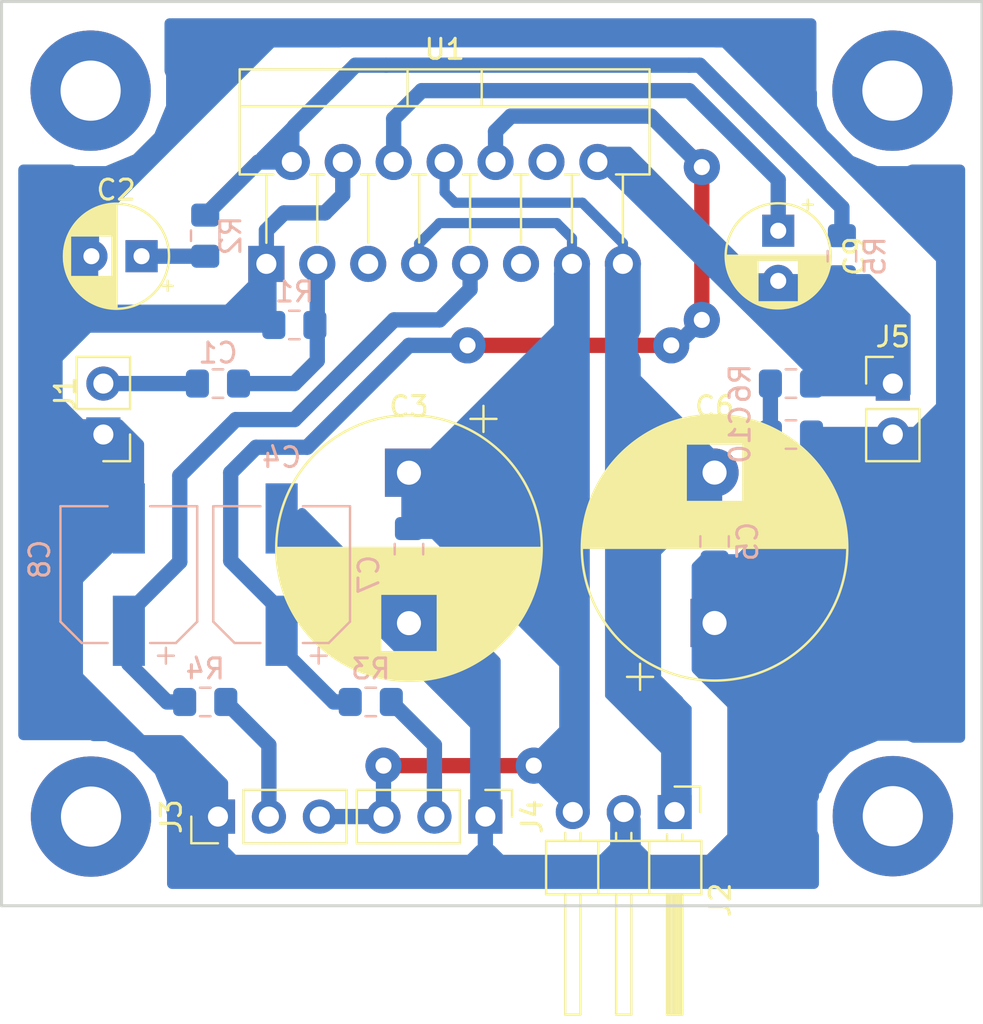
<source format=kicad_pcb>
(kicad_pcb (version 20171130) (host pcbnew "(5.0.0-dirty)")

  (general
    (thickness 1.6)
    (drawings 4)
    (tracks 172)
    (zones 0)
    (modules 22)
    (nets 18)
  )

  (page A4)
  (layers
    (0 F.Cu signal)
    (31 B.Cu signal)
    (32 B.Adhes user)
    (33 F.Adhes user)
    (34 B.Paste user)
    (35 F.Paste user)
    (36 B.SilkS user)
    (37 F.SilkS user)
    (38 B.Mask user)
    (39 F.Mask user)
    (40 Dwgs.User user)
    (41 Cmts.User user)
    (42 Eco1.User user)
    (43 Eco2.User user)
    (44 Edge.Cuts user)
    (45 Margin user)
    (46 B.CrtYd user)
    (47 F.CrtYd user hide)
    (48 B.Fab user hide)
    (49 F.Fab user hide)
  )

  (setup
    (last_trace_width 0.762)
    (trace_clearance 0.508)
    (zone_clearance 0.762)
    (zone_45_only no)
    (trace_min 0.2032)
    (segment_width 0.2)
    (edge_width 0.15)
    (via_size 1.8)
    (via_drill 0.8)
    (via_min_size 0.4)
    (via_min_drill 0.3)
    (uvia_size 0.3)
    (uvia_drill 0.1)
    (uvias_allowed no)
    (uvia_min_size 0.2)
    (uvia_min_drill 0.1)
    (pcb_text_width 0.3)
    (pcb_text_size 1.5 1.5)
    (mod_edge_width 0.15)
    (mod_text_size 1 1)
    (mod_text_width 0.15)
    (pad_size 1.524 1.524)
    (pad_drill 0.762)
    (pad_to_mask_clearance 0.2)
    (aux_axis_origin 0 0)
    (visible_elements FFFFFF7F)
    (pcbplotparams
      (layerselection 0x010fc_ffffffff)
      (usegerberextensions false)
      (usegerberattributes false)
      (usegerberadvancedattributes false)
      (creategerberjobfile false)
      (excludeedgelayer true)
      (linewidth 0.100000)
      (plotframeref false)
      (viasonmask false)
      (mode 1)
      (useauxorigin false)
      (hpglpennumber 1)
      (hpglpenspeed 20)
      (hpglpendiameter 15.000000)
      (psnegative false)
      (psa4output false)
      (plotreference true)
      (plotvalue true)
      (plotinvisibletext false)
      (padsonsilk false)
      (subtractmaskfromsilk false)
      (outputformat 1)
      (mirror false)
      (drillshape 1)
      (scaleselection 1)
      (outputdirectory ""))
  )

  (net 0 "")
  (net 1 "Net-(R2-Pad1)")
  (net 2 "Net-(C8-Pad1)")
  (net 3 "Net-(C7-Pad1)")
  (net 4 "Net-(C2-Pad1)")
  (net 5 "Net-(C1-Pad2)")
  (net 6 GND)
  (net 7 "Net-(C10-Pad2)")
  (net 8 "Net-(U1-Pad5)")
  (net 9 "Net-(C9-Pad1)")
  (net 10 "Net-(U1-Pad11)")
  (net 11 "Net-(U1-Pad12)")
  (net 12 +15V)
  (net 13 -15V)
  (net 14 /Vout)
  (net 15 /Vin)
  (net 16 /STAND-BY)
  (net 17 /MUTE)

  (net_class Default "This is the default net class."
    (clearance 0.508)
    (trace_width 0.762)
    (via_dia 1.8)
    (via_drill 0.8)
    (uvia_dia 0.3)
    (uvia_drill 0.1)
    (diff_pair_gap 0.25)
    (diff_pair_width 0.2032)
    (add_net +15V)
    (add_net -15V)
    (add_net /MUTE)
    (add_net /STAND-BY)
    (add_net /Vin)
    (add_net /Vout)
    (add_net GND)
    (add_net "Net-(C1-Pad2)")
    (add_net "Net-(C10-Pad2)")
    (add_net "Net-(C2-Pad1)")
    (add_net "Net-(C7-Pad1)")
    (add_net "Net-(C8-Pad1)")
    (add_net "Net-(C9-Pad1)")
    (add_net "Net-(R2-Pad1)")
    (add_net "Net-(U1-Pad11)")
    (add_net "Net-(U1-Pad12)")
    (add_net "Net-(U1-Pad5)")
  )

  (module Connector_PinHeader_2.54mm:PinHeader_1x03_P2.54mm_Horizontal (layer F.Cu) (tedit 59FED5CB) (tstamp 5C16D4F0)
    (at 76.75 69.75 270)
    (descr "Through hole angled pin header, 1x03, 2.54mm pitch, 6mm pin length, single row")
    (tags "Through hole angled pin header THT 1x03 2.54mm single row")
    (path /5BD394EC)
    (fp_text reference J2 (at 4.385 -2.27 270) (layer F.SilkS)
      (effects (font (size 1 1) (thickness 0.15)))
    )
    (fp_text value Vs (at 4.385 7.35 270) (layer F.Fab)
      (effects (font (size 1 1) (thickness 0.15)))
    )
    (fp_line (start 2.135 -1.27) (end 4.04 -1.27) (layer F.Fab) (width 0.1))
    (fp_line (start 4.04 -1.27) (end 4.04 6.35) (layer F.Fab) (width 0.1))
    (fp_line (start 4.04 6.35) (end 1.5 6.35) (layer F.Fab) (width 0.1))
    (fp_line (start 1.5 6.35) (end 1.5 -0.635) (layer F.Fab) (width 0.1))
    (fp_line (start 1.5 -0.635) (end 2.135 -1.27) (layer F.Fab) (width 0.1))
    (fp_line (start -0.32 -0.32) (end 1.5 -0.32) (layer F.Fab) (width 0.1))
    (fp_line (start -0.32 -0.32) (end -0.32 0.32) (layer F.Fab) (width 0.1))
    (fp_line (start -0.32 0.32) (end 1.5 0.32) (layer F.Fab) (width 0.1))
    (fp_line (start 4.04 -0.32) (end 10.04 -0.32) (layer F.Fab) (width 0.1))
    (fp_line (start 10.04 -0.32) (end 10.04 0.32) (layer F.Fab) (width 0.1))
    (fp_line (start 4.04 0.32) (end 10.04 0.32) (layer F.Fab) (width 0.1))
    (fp_line (start -0.32 2.22) (end 1.5 2.22) (layer F.Fab) (width 0.1))
    (fp_line (start -0.32 2.22) (end -0.32 2.86) (layer F.Fab) (width 0.1))
    (fp_line (start -0.32 2.86) (end 1.5 2.86) (layer F.Fab) (width 0.1))
    (fp_line (start 4.04 2.22) (end 10.04 2.22) (layer F.Fab) (width 0.1))
    (fp_line (start 10.04 2.22) (end 10.04 2.86) (layer F.Fab) (width 0.1))
    (fp_line (start 4.04 2.86) (end 10.04 2.86) (layer F.Fab) (width 0.1))
    (fp_line (start -0.32 4.76) (end 1.5 4.76) (layer F.Fab) (width 0.1))
    (fp_line (start -0.32 4.76) (end -0.32 5.4) (layer F.Fab) (width 0.1))
    (fp_line (start -0.32 5.4) (end 1.5 5.4) (layer F.Fab) (width 0.1))
    (fp_line (start 4.04 4.76) (end 10.04 4.76) (layer F.Fab) (width 0.1))
    (fp_line (start 10.04 4.76) (end 10.04 5.4) (layer F.Fab) (width 0.1))
    (fp_line (start 4.04 5.4) (end 10.04 5.4) (layer F.Fab) (width 0.1))
    (fp_line (start 1.44 -1.33) (end 1.44 6.41) (layer F.SilkS) (width 0.12))
    (fp_line (start 1.44 6.41) (end 4.1 6.41) (layer F.SilkS) (width 0.12))
    (fp_line (start 4.1 6.41) (end 4.1 -1.33) (layer F.SilkS) (width 0.12))
    (fp_line (start 4.1 -1.33) (end 1.44 -1.33) (layer F.SilkS) (width 0.12))
    (fp_line (start 4.1 -0.38) (end 10.1 -0.38) (layer F.SilkS) (width 0.12))
    (fp_line (start 10.1 -0.38) (end 10.1 0.38) (layer F.SilkS) (width 0.12))
    (fp_line (start 10.1 0.38) (end 4.1 0.38) (layer F.SilkS) (width 0.12))
    (fp_line (start 4.1 -0.32) (end 10.1 -0.32) (layer F.SilkS) (width 0.12))
    (fp_line (start 4.1 -0.2) (end 10.1 -0.2) (layer F.SilkS) (width 0.12))
    (fp_line (start 4.1 -0.08) (end 10.1 -0.08) (layer F.SilkS) (width 0.12))
    (fp_line (start 4.1 0.04) (end 10.1 0.04) (layer F.SilkS) (width 0.12))
    (fp_line (start 4.1 0.16) (end 10.1 0.16) (layer F.SilkS) (width 0.12))
    (fp_line (start 4.1 0.28) (end 10.1 0.28) (layer F.SilkS) (width 0.12))
    (fp_line (start 1.11 -0.38) (end 1.44 -0.38) (layer F.SilkS) (width 0.12))
    (fp_line (start 1.11 0.38) (end 1.44 0.38) (layer F.SilkS) (width 0.12))
    (fp_line (start 1.44 1.27) (end 4.1 1.27) (layer F.SilkS) (width 0.12))
    (fp_line (start 4.1 2.16) (end 10.1 2.16) (layer F.SilkS) (width 0.12))
    (fp_line (start 10.1 2.16) (end 10.1 2.92) (layer F.SilkS) (width 0.12))
    (fp_line (start 10.1 2.92) (end 4.1 2.92) (layer F.SilkS) (width 0.12))
    (fp_line (start 1.042929 2.16) (end 1.44 2.16) (layer F.SilkS) (width 0.12))
    (fp_line (start 1.042929 2.92) (end 1.44 2.92) (layer F.SilkS) (width 0.12))
    (fp_line (start 1.44 3.81) (end 4.1 3.81) (layer F.SilkS) (width 0.12))
    (fp_line (start 4.1 4.7) (end 10.1 4.7) (layer F.SilkS) (width 0.12))
    (fp_line (start 10.1 4.7) (end 10.1 5.46) (layer F.SilkS) (width 0.12))
    (fp_line (start 10.1 5.46) (end 4.1 5.46) (layer F.SilkS) (width 0.12))
    (fp_line (start 1.042929 4.7) (end 1.44 4.7) (layer F.SilkS) (width 0.12))
    (fp_line (start 1.042929 5.46) (end 1.44 5.46) (layer F.SilkS) (width 0.12))
    (fp_line (start -1.27 0) (end -1.27 -1.27) (layer F.SilkS) (width 0.12))
    (fp_line (start -1.27 -1.27) (end 0 -1.27) (layer F.SilkS) (width 0.12))
    (fp_line (start -1.8 -1.8) (end -1.8 6.85) (layer F.CrtYd) (width 0.05))
    (fp_line (start -1.8 6.85) (end 10.55 6.85) (layer F.CrtYd) (width 0.05))
    (fp_line (start 10.55 6.85) (end 10.55 -1.8) (layer F.CrtYd) (width 0.05))
    (fp_line (start 10.55 -1.8) (end -1.8 -1.8) (layer F.CrtYd) (width 0.05))
    (fp_text user %R (at 2.77 2.54) (layer F.Fab)
      (effects (font (size 1 1) (thickness 0.15)))
    )
    (pad 1 thru_hole rect (at 0 0 270) (size 1.7 1.7) (drill 1) (layers *.Cu *.Mask)
      (net 13 -15V))
    (pad 2 thru_hole oval (at 0 2.54 270) (size 1.7 1.7) (drill 1) (layers *.Cu *.Mask)
      (net 6 GND))
    (pad 3 thru_hole oval (at 0 5.08 270) (size 1.7 1.7) (drill 1) (layers *.Cu *.Mask)
      (net 12 +15V))
    (model ${KISYS3DMOD}/Connector_PinHeader_2.54mm.3dshapes/PinHeader_1x03_P2.54mm_Horizontal.wrl
      (at (xyz 0 0 0))
      (scale (xyz 1 1 1))
      (rotate (xyz 0 0 0))
    )
  )

  (module Capacitor_SMD:C_0805_2012Metric_Pad1.15x1.40mm_HandSolder (layer B.Cu) (tedit 5B36C52B) (tstamp 5BD77804)
    (at 82.55 50.927 180)
    (descr "Capacitor SMD 0805 (2012 Metric), square (rectangular) end terminal, IPC_7351 nominal with elongated pad for handsoldering. (Body size source: https://docs.google.com/spreadsheets/d/1BsfQQcO9C6DZCsRaXUlFlo91Tg2WpOkGARC1WS5S8t0/edit?usp=sharing), generated with kicad-footprint-generator")
    (tags "capacitor handsolder")
    (path /5BD873EF)
    (attr smd)
    (fp_text reference C10 (at 2.54 0 90) (layer B.SilkS)
      (effects (font (size 1 1) (thickness 0.15)) (justify mirror))
    )
    (fp_text value 100nF (at 0 -1.65 180) (layer B.Fab)
      (effects (font (size 1 1) (thickness 0.15)) (justify mirror))
    )
    (fp_line (start -1 -0.6) (end -1 0.6) (layer B.Fab) (width 0.1))
    (fp_line (start -1 0.6) (end 1 0.6) (layer B.Fab) (width 0.1))
    (fp_line (start 1 0.6) (end 1 -0.6) (layer B.Fab) (width 0.1))
    (fp_line (start 1 -0.6) (end -1 -0.6) (layer B.Fab) (width 0.1))
    (fp_line (start -0.261252 0.71) (end 0.261252 0.71) (layer B.SilkS) (width 0.12))
    (fp_line (start -0.261252 -0.71) (end 0.261252 -0.71) (layer B.SilkS) (width 0.12))
    (fp_line (start -1.85 -0.95) (end -1.85 0.95) (layer B.CrtYd) (width 0.05))
    (fp_line (start -1.85 0.95) (end 1.85 0.95) (layer B.CrtYd) (width 0.05))
    (fp_line (start 1.85 0.95) (end 1.85 -0.95) (layer B.CrtYd) (width 0.05))
    (fp_line (start 1.85 -0.95) (end -1.85 -0.95) (layer B.CrtYd) (width 0.05))
    (fp_text user %R (at 0 0 180) (layer B.Fab)
      (effects (font (size 0.5 0.5) (thickness 0.08)) (justify mirror))
    )
    (pad 1 smd roundrect (at -1.025 0 180) (size 1.15 1.4) (layers B.Cu B.Paste B.Mask) (roundrect_rratio 0.217391)
      (net 6 GND))
    (pad 2 smd roundrect (at 1.025 0 180) (size 1.15 1.4) (layers B.Cu B.Paste B.Mask) (roundrect_rratio 0.217391)
      (net 7 "Net-(C10-Pad2)"))
    (model ${KISYS3DMOD}/Capacitor_SMD.3dshapes/C_0805_2012Metric.wrl
      (at (xyz 0 0 0))
      (scale (xyz 1 1 1))
      (rotate (xyz 0 0 0))
    )
  )

  (module Connector_PinHeader_2.54mm:PinHeader_1x03_P2.54mm_Vertical (layer F.Cu) (tedit 59FED5CC) (tstamp 5BDF0453)
    (at 53.975 69.977 90)
    (descr "Through hole straight pin header, 1x03, 2.54mm pitch, single row")
    (tags "Through hole pin header THT 1x03 2.54mm single row")
    (path /5BDEB3F7)
    (fp_text reference J3 (at 0 -2.33 90) (layer F.SilkS)
      (effects (font (size 1 1) (thickness 0.15)))
    )
    (fp_text value Vs (at 0 7.41 90) (layer F.Fab)
      (effects (font (size 1 1) (thickness 0.15)))
    )
    (fp_text user %R (at 0 2.54 180) (layer F.Fab)
      (effects (font (size 1 1) (thickness 0.15)))
    )
    (fp_line (start 1.8 -1.8) (end -1.8 -1.8) (layer F.CrtYd) (width 0.05))
    (fp_line (start 1.8 6.85) (end 1.8 -1.8) (layer F.CrtYd) (width 0.05))
    (fp_line (start -1.8 6.85) (end 1.8 6.85) (layer F.CrtYd) (width 0.05))
    (fp_line (start -1.8 -1.8) (end -1.8 6.85) (layer F.CrtYd) (width 0.05))
    (fp_line (start -1.33 -1.33) (end 0 -1.33) (layer F.SilkS) (width 0.12))
    (fp_line (start -1.33 0) (end -1.33 -1.33) (layer F.SilkS) (width 0.12))
    (fp_line (start -1.33 1.27) (end 1.33 1.27) (layer F.SilkS) (width 0.12))
    (fp_line (start 1.33 1.27) (end 1.33 6.41) (layer F.SilkS) (width 0.12))
    (fp_line (start -1.33 1.27) (end -1.33 6.41) (layer F.SilkS) (width 0.12))
    (fp_line (start -1.33 6.41) (end 1.33 6.41) (layer F.SilkS) (width 0.12))
    (fp_line (start -1.27 -0.635) (end -0.635 -1.27) (layer F.Fab) (width 0.1))
    (fp_line (start -1.27 6.35) (end -1.27 -0.635) (layer F.Fab) (width 0.1))
    (fp_line (start 1.27 6.35) (end -1.27 6.35) (layer F.Fab) (width 0.1))
    (fp_line (start 1.27 -1.27) (end 1.27 6.35) (layer F.Fab) (width 0.1))
    (fp_line (start -0.635 -1.27) (end 1.27 -1.27) (layer F.Fab) (width 0.1))
    (pad 3 thru_hole oval (at 0 5.08 90) (size 1.7 1.7) (drill 1) (layers *.Cu *.Mask)
      (net 12 +15V))
    (pad 2 thru_hole oval (at 0 2.54 90) (size 1.7 1.7) (drill 1) (layers *.Cu *.Mask)
      (net 16 /STAND-BY))
    (pad 1 thru_hole rect (at 0 0 90) (size 1.7 1.7) (drill 1) (layers *.Cu *.Mask)
      (net 6 GND))
    (model ${KISYS3DMOD}/Connector_PinHeader_2.54mm.3dshapes/PinHeader_1x03_P2.54mm_Vertical.wrl
      (at (xyz 0 0 0))
      (scale (xyz 1 1 1))
      (rotate (xyz 0 0 0))
    )
  )

  (module Connector_PinHeader_2.54mm:PinHeader_1x03_P2.54mm_Vertical (layer F.Cu) (tedit 59FED5CC) (tstamp 5BDF043D)
    (at 67.31 69.977 270)
    (descr "Through hole straight pin header, 1x03, 2.54mm pitch, single row")
    (tags "Through hole pin header THT 1x03 2.54mm single row")
    (path /5BDEB3A1)
    (fp_text reference J4 (at 0 -2.33 270) (layer F.SilkS)
      (effects (font (size 1 1) (thickness 0.15)))
    )
    (fp_text value Vs (at 0 7.41 270) (layer F.Fab)
      (effects (font (size 1 1) (thickness 0.15)))
    )
    (fp_line (start -0.635 -1.27) (end 1.27 -1.27) (layer F.Fab) (width 0.1))
    (fp_line (start 1.27 -1.27) (end 1.27 6.35) (layer F.Fab) (width 0.1))
    (fp_line (start 1.27 6.35) (end -1.27 6.35) (layer F.Fab) (width 0.1))
    (fp_line (start -1.27 6.35) (end -1.27 -0.635) (layer F.Fab) (width 0.1))
    (fp_line (start -1.27 -0.635) (end -0.635 -1.27) (layer F.Fab) (width 0.1))
    (fp_line (start -1.33 6.41) (end 1.33 6.41) (layer F.SilkS) (width 0.12))
    (fp_line (start -1.33 1.27) (end -1.33 6.41) (layer F.SilkS) (width 0.12))
    (fp_line (start 1.33 1.27) (end 1.33 6.41) (layer F.SilkS) (width 0.12))
    (fp_line (start -1.33 1.27) (end 1.33 1.27) (layer F.SilkS) (width 0.12))
    (fp_line (start -1.33 0) (end -1.33 -1.33) (layer F.SilkS) (width 0.12))
    (fp_line (start -1.33 -1.33) (end 0 -1.33) (layer F.SilkS) (width 0.12))
    (fp_line (start -1.8 -1.8) (end -1.8 6.85) (layer F.CrtYd) (width 0.05))
    (fp_line (start -1.8 6.85) (end 1.8 6.85) (layer F.CrtYd) (width 0.05))
    (fp_line (start 1.8 6.85) (end 1.8 -1.8) (layer F.CrtYd) (width 0.05))
    (fp_line (start 1.8 -1.8) (end -1.8 -1.8) (layer F.CrtYd) (width 0.05))
    (fp_text user %R (at 0 2.54) (layer F.Fab)
      (effects (font (size 1 1) (thickness 0.15)))
    )
    (pad 1 thru_hole rect (at 0 0 270) (size 1.7 1.7) (drill 1) (layers *.Cu *.Mask)
      (net 6 GND))
    (pad 2 thru_hole oval (at 0 2.54 270) (size 1.7 1.7) (drill 1) (layers *.Cu *.Mask)
      (net 17 /MUTE))
    (pad 3 thru_hole oval (at 0 5.08 270) (size 1.7 1.7) (drill 1) (layers *.Cu *.Mask)
      (net 12 +15V))
    (model ${KISYS3DMOD}/Connector_PinHeader_2.54mm.3dshapes/PinHeader_1x03_P2.54mm_Vertical.wrl
      (at (xyz 0 0 0))
      (scale (xyz 1 1 1))
      (rotate (xyz 0 0 0))
    )
  )

  (module Connector_PinHeader_2.54mm:PinHeader_1x02_P2.54mm_Vertical (layer F.Cu) (tedit 59FED5CC) (tstamp 5BDA7ADD)
    (at 87.63 48.387)
    (descr "Through hole straight pin header, 1x02, 2.54mm pitch, single row")
    (tags "Through hole pin header THT 1x02 2.54mm single row")
    (path /5BDA0CB0)
    (fp_text reference J5 (at 0 -2.33) (layer F.SilkS)
      (effects (font (size 1 1) (thickness 0.15)))
    )
    (fp_text value out (at 0 4.87) (layer F.Fab)
      (effects (font (size 1 1) (thickness 0.15)))
    )
    (fp_line (start -0.635 -1.27) (end 1.27 -1.27) (layer F.Fab) (width 0.1))
    (fp_line (start 1.27 -1.27) (end 1.27 3.81) (layer F.Fab) (width 0.1))
    (fp_line (start 1.27 3.81) (end -1.27 3.81) (layer F.Fab) (width 0.1))
    (fp_line (start -1.27 3.81) (end -1.27 -0.635) (layer F.Fab) (width 0.1))
    (fp_line (start -1.27 -0.635) (end -0.635 -1.27) (layer F.Fab) (width 0.1))
    (fp_line (start -1.33 3.87) (end 1.33 3.87) (layer F.SilkS) (width 0.12))
    (fp_line (start -1.33 1.27) (end -1.33 3.87) (layer F.SilkS) (width 0.12))
    (fp_line (start 1.33 1.27) (end 1.33 3.87) (layer F.SilkS) (width 0.12))
    (fp_line (start -1.33 1.27) (end 1.33 1.27) (layer F.SilkS) (width 0.12))
    (fp_line (start -1.33 0) (end -1.33 -1.33) (layer F.SilkS) (width 0.12))
    (fp_line (start -1.33 -1.33) (end 0 -1.33) (layer F.SilkS) (width 0.12))
    (fp_line (start -1.8 -1.8) (end -1.8 4.35) (layer F.CrtYd) (width 0.05))
    (fp_line (start -1.8 4.35) (end 1.8 4.35) (layer F.CrtYd) (width 0.05))
    (fp_line (start 1.8 4.35) (end 1.8 -1.8) (layer F.CrtYd) (width 0.05))
    (fp_line (start 1.8 -1.8) (end -1.8 -1.8) (layer F.CrtYd) (width 0.05))
    (fp_text user %R (at 0 1.27 90) (layer F.Fab)
      (effects (font (size 1 1) (thickness 0.15)))
    )
    (pad 1 thru_hole rect (at 0 0) (size 1.7 1.7) (drill 1) (layers *.Cu *.Mask)
      (net 14 /Vout))
    (pad 2 thru_hole oval (at 0 2.54) (size 1.7 1.7) (drill 1) (layers *.Cu *.Mask)
      (net 6 GND))
    (model ${KISYS3DMOD}/Connector_PinHeader_2.54mm.3dshapes/PinHeader_1x02_P2.54mm_Vertical.wrl
      (at (xyz 0 0 0))
      (scale (xyz 1 1 1))
      (rotate (xyz 0 0 0))
    )
  )

  (module Capacitor_SMD:CP_Elec_6.3x5.4 (layer B.Cu) (tedit 5A841F9D) (tstamp 5BD77887)
    (at 57.15 57.912 90)
    (descr "SMT capacitor, aluminium electrolytic, 6.3x5.4, Panasonic C55 ")
    (tags "Capacitor Electrolytic")
    (path /5BBD2F0C)
    (attr smd)
    (fp_text reference C7 (at 0 4.35 90) (layer B.SilkS)
      (effects (font (size 1 1) (thickness 0.15)) (justify mirror))
    )
    (fp_text value 10uF (at 0 -4.35 90) (layer B.Fab)
      (effects (font (size 1 1) (thickness 0.15)) (justify mirror))
    )
    (fp_text user %R (at 0 0 90) (layer B.Fab)
      (effects (font (size 1 1) (thickness 0.15)) (justify mirror))
    )
    (fp_line (start -4.8 -1.05) (end -3.55 -1.05) (layer B.CrtYd) (width 0.05))
    (fp_line (start -4.8 1.05) (end -4.8 -1.05) (layer B.CrtYd) (width 0.05))
    (fp_line (start -3.55 1.05) (end -4.8 1.05) (layer B.CrtYd) (width 0.05))
    (fp_line (start -3.55 -1.05) (end -3.55 -2.4) (layer B.CrtYd) (width 0.05))
    (fp_line (start -3.55 2.4) (end -3.55 1.05) (layer B.CrtYd) (width 0.05))
    (fp_line (start -3.55 2.4) (end -2.4 3.55) (layer B.CrtYd) (width 0.05))
    (fp_line (start -3.55 -2.4) (end -2.4 -3.55) (layer B.CrtYd) (width 0.05))
    (fp_line (start -2.4 3.55) (end 3.55 3.55) (layer B.CrtYd) (width 0.05))
    (fp_line (start -2.4 -3.55) (end 3.55 -3.55) (layer B.CrtYd) (width 0.05))
    (fp_line (start 3.55 -1.05) (end 3.55 -3.55) (layer B.CrtYd) (width 0.05))
    (fp_line (start 4.8 -1.05) (end 3.55 -1.05) (layer B.CrtYd) (width 0.05))
    (fp_line (start 4.8 1.05) (end 4.8 -1.05) (layer B.CrtYd) (width 0.05))
    (fp_line (start 3.55 1.05) (end 4.8 1.05) (layer B.CrtYd) (width 0.05))
    (fp_line (start 3.55 3.55) (end 3.55 1.05) (layer B.CrtYd) (width 0.05))
    (fp_line (start -4.04375 2.24125) (end -4.04375 1.45375) (layer B.SilkS) (width 0.12))
    (fp_line (start -4.4375 1.8475) (end -3.65 1.8475) (layer B.SilkS) (width 0.12))
    (fp_line (start -3.41 -2.345563) (end -2.345563 -3.41) (layer B.SilkS) (width 0.12))
    (fp_line (start -3.41 2.345563) (end -2.345563 3.41) (layer B.SilkS) (width 0.12))
    (fp_line (start -3.41 2.345563) (end -3.41 1.06) (layer B.SilkS) (width 0.12))
    (fp_line (start -3.41 -2.345563) (end -3.41 -1.06) (layer B.SilkS) (width 0.12))
    (fp_line (start -2.345563 -3.41) (end 3.41 -3.41) (layer B.SilkS) (width 0.12))
    (fp_line (start -2.345563 3.41) (end 3.41 3.41) (layer B.SilkS) (width 0.12))
    (fp_line (start 3.41 3.41) (end 3.41 1.06) (layer B.SilkS) (width 0.12))
    (fp_line (start 3.41 -3.41) (end 3.41 -1.06) (layer B.SilkS) (width 0.12))
    (fp_line (start -2.389838 1.645) (end -2.389838 1.015) (layer B.Fab) (width 0.1))
    (fp_line (start -2.704838 1.33) (end -2.074838 1.33) (layer B.Fab) (width 0.1))
    (fp_line (start -3.3 -2.3) (end -2.3 -3.3) (layer B.Fab) (width 0.1))
    (fp_line (start -3.3 2.3) (end -2.3 3.3) (layer B.Fab) (width 0.1))
    (fp_line (start -3.3 2.3) (end -3.3 -2.3) (layer B.Fab) (width 0.1))
    (fp_line (start -2.3 -3.3) (end 3.3 -3.3) (layer B.Fab) (width 0.1))
    (fp_line (start -2.3 3.3) (end 3.3 3.3) (layer B.Fab) (width 0.1))
    (fp_line (start 3.3 3.3) (end 3.3 -3.3) (layer B.Fab) (width 0.1))
    (fp_circle (center 0 0) (end 3.15 0) (layer B.Fab) (width 0.1))
    (pad 2 smd rect (at 2.8 0 90) (size 3.5 1.6) (layers B.Cu B.Paste B.Mask)
      (net 6 GND))
    (pad 1 smd rect (at -2.8 0 90) (size 3.5 1.6) (layers B.Cu B.Paste B.Mask)
      (net 3 "Net-(C7-Pad1)"))
    (model ${KISYS3DMOD}/Capacitor_SMD.3dshapes/CP_Elec_6.3x5.4.wrl
      (at (xyz 0 0 0))
      (scale (xyz 1 1 1))
      (rotate (xyz 0 0 0))
    )
  )

  (module Capacitor_SMD:CP_Elec_6.3x5.4 (layer B.Cu) (tedit 5A841F9D) (tstamp 5BDE21A2)
    (at 49.53 57.912 90)
    (descr "SMT capacitor, aluminium electrolytic, 6.3x5.4, Panasonic C55 ")
    (tags "Capacitor Electrolytic")
    (path /5BBD2FF2)
    (attr smd)
    (fp_text reference C8 (at 0.762 -4.445 270) (layer B.SilkS)
      (effects (font (size 1 1) (thickness 0.15)) (justify mirror))
    )
    (fp_text value 10uF (at 0 -4.35 90) (layer B.Fab)
      (effects (font (size 1 1) (thickness 0.15)) (justify mirror))
    )
    (fp_circle (center 0 0) (end 3.15 0) (layer B.Fab) (width 0.1))
    (fp_line (start 3.3 3.3) (end 3.3 -3.3) (layer B.Fab) (width 0.1))
    (fp_line (start -2.3 3.3) (end 3.3 3.3) (layer B.Fab) (width 0.1))
    (fp_line (start -2.3 -3.3) (end 3.3 -3.3) (layer B.Fab) (width 0.1))
    (fp_line (start -3.3 2.3) (end -3.3 -2.3) (layer B.Fab) (width 0.1))
    (fp_line (start -3.3 2.3) (end -2.3 3.3) (layer B.Fab) (width 0.1))
    (fp_line (start -3.3 -2.3) (end -2.3 -3.3) (layer B.Fab) (width 0.1))
    (fp_line (start -2.704838 1.33) (end -2.074838 1.33) (layer B.Fab) (width 0.1))
    (fp_line (start -2.389838 1.645) (end -2.389838 1.015) (layer B.Fab) (width 0.1))
    (fp_line (start 3.41 -3.41) (end 3.41 -1.06) (layer B.SilkS) (width 0.12))
    (fp_line (start 3.41 3.41) (end 3.41 1.06) (layer B.SilkS) (width 0.12))
    (fp_line (start -2.345563 3.41) (end 3.41 3.41) (layer B.SilkS) (width 0.12))
    (fp_line (start -2.345563 -3.41) (end 3.41 -3.41) (layer B.SilkS) (width 0.12))
    (fp_line (start -3.41 -2.345563) (end -3.41 -1.06) (layer B.SilkS) (width 0.12))
    (fp_line (start -3.41 2.345563) (end -3.41 1.06) (layer B.SilkS) (width 0.12))
    (fp_line (start -3.41 2.345563) (end -2.345563 3.41) (layer B.SilkS) (width 0.12))
    (fp_line (start -3.41 -2.345563) (end -2.345563 -3.41) (layer B.SilkS) (width 0.12))
    (fp_line (start -4.4375 1.8475) (end -3.65 1.8475) (layer B.SilkS) (width 0.12))
    (fp_line (start -4.04375 2.24125) (end -4.04375 1.45375) (layer B.SilkS) (width 0.12))
    (fp_line (start 3.55 3.55) (end 3.55 1.05) (layer B.CrtYd) (width 0.05))
    (fp_line (start 3.55 1.05) (end 4.8 1.05) (layer B.CrtYd) (width 0.05))
    (fp_line (start 4.8 1.05) (end 4.8 -1.05) (layer B.CrtYd) (width 0.05))
    (fp_line (start 4.8 -1.05) (end 3.55 -1.05) (layer B.CrtYd) (width 0.05))
    (fp_line (start 3.55 -1.05) (end 3.55 -3.55) (layer B.CrtYd) (width 0.05))
    (fp_line (start -2.4 -3.55) (end 3.55 -3.55) (layer B.CrtYd) (width 0.05))
    (fp_line (start -2.4 3.55) (end 3.55 3.55) (layer B.CrtYd) (width 0.05))
    (fp_line (start -3.55 -2.4) (end -2.4 -3.55) (layer B.CrtYd) (width 0.05))
    (fp_line (start -3.55 2.4) (end -2.4 3.55) (layer B.CrtYd) (width 0.05))
    (fp_line (start -3.55 2.4) (end -3.55 1.05) (layer B.CrtYd) (width 0.05))
    (fp_line (start -3.55 -1.05) (end -3.55 -2.4) (layer B.CrtYd) (width 0.05))
    (fp_line (start -3.55 1.05) (end -4.8 1.05) (layer B.CrtYd) (width 0.05))
    (fp_line (start -4.8 1.05) (end -4.8 -1.05) (layer B.CrtYd) (width 0.05))
    (fp_line (start -4.8 -1.05) (end -3.55 -1.05) (layer B.CrtYd) (width 0.05))
    (fp_text user %R (at 0 0 90) (layer B.Fab)
      (effects (font (size 1 1) (thickness 0.15)) (justify mirror))
    )
    (pad 1 smd rect (at -2.8 0 90) (size 3.5 1.6) (layers B.Cu B.Paste B.Mask)
      (net 2 "Net-(C8-Pad1)"))
    (pad 2 smd rect (at 2.8 0 90) (size 3.5 1.6) (layers B.Cu B.Paste B.Mask)
      (net 6 GND))
    (model ${KISYS3DMOD}/Capacitor_SMD.3dshapes/CP_Elec_6.3x5.4.wrl
      (at (xyz 0 0 0))
      (scale (xyz 1 1 1))
      (rotate (xyz 0 0 0))
    )
  )

  (module Capacitor_SMD:C_0805_2012Metric_Pad1.15x1.40mm_HandSolder (layer B.Cu) (tedit 5B36C52B) (tstamp 5BD77837)
    (at 63.5 56.642 270)
    (descr "Capacitor SMD 0805 (2012 Metric), square (rectangular) end terminal, IPC_7351 nominal with elongated pad for handsoldering. (Body size source: https://docs.google.com/spreadsheets/d/1BsfQQcO9C6DZCsRaXUlFlo91Tg2WpOkGARC1WS5S8t0/edit?usp=sharing), generated with kicad-footprint-generator")
    (tags "capacitor handsolder")
    (path /5BBD0763)
    (attr smd)
    (fp_text reference C4 (at -4.572 6.35) (layer B.SilkS)
      (effects (font (size 1 1) (thickness 0.15)) (justify mirror))
    )
    (fp_text value 1000uF (at 0 -1.65 270) (layer B.Fab)
      (effects (font (size 1 1) (thickness 0.15)) (justify mirror))
    )
    (fp_text user %R (at 0 0 270) (layer B.Fab)
      (effects (font (size 0.5 0.5) (thickness 0.08)) (justify mirror))
    )
    (fp_line (start 1.85 -0.95) (end -1.85 -0.95) (layer B.CrtYd) (width 0.05))
    (fp_line (start 1.85 0.95) (end 1.85 -0.95) (layer B.CrtYd) (width 0.05))
    (fp_line (start -1.85 0.95) (end 1.85 0.95) (layer B.CrtYd) (width 0.05))
    (fp_line (start -1.85 -0.95) (end -1.85 0.95) (layer B.CrtYd) (width 0.05))
    (fp_line (start -0.261252 -0.71) (end 0.261252 -0.71) (layer B.SilkS) (width 0.12))
    (fp_line (start -0.261252 0.71) (end 0.261252 0.71) (layer B.SilkS) (width 0.12))
    (fp_line (start 1 -0.6) (end -1 -0.6) (layer B.Fab) (width 0.1))
    (fp_line (start 1 0.6) (end 1 -0.6) (layer B.Fab) (width 0.1))
    (fp_line (start -1 0.6) (end 1 0.6) (layer B.Fab) (width 0.1))
    (fp_line (start -1 -0.6) (end -1 0.6) (layer B.Fab) (width 0.1))
    (pad 2 smd roundrect (at 1.025 0 270) (size 1.15 1.4) (layers B.Cu B.Paste B.Mask) (roundrect_rratio 0.217391)
      (net 6 GND))
    (pad 1 smd roundrect (at -1.025 0 270) (size 1.15 1.4) (layers B.Cu B.Paste B.Mask) (roundrect_rratio 0.217391)
      (net 12 +15V))
    (model ${KISYS3DMOD}/Capacitor_SMD.3dshapes/C_0805_2012Metric.wrl
      (at (xyz 0 0 0))
      (scale (xyz 1 1 1))
      (rotate (xyz 0 0 0))
    )
  )

  (module Capacitor_SMD:C_0805_2012Metric_Pad1.15x1.40mm_HandSolder (layer B.Cu) (tedit 5B36C52B) (tstamp 5BD77826)
    (at 78.74 56.261 90)
    (descr "Capacitor SMD 0805 (2012 Metric), square (rectangular) end terminal, IPC_7351 nominal with elongated pad for handsoldering. (Body size source: https://docs.google.com/spreadsheets/d/1BsfQQcO9C6DZCsRaXUlFlo91Tg2WpOkGARC1WS5S8t0/edit?usp=sharing), generated with kicad-footprint-generator")
    (tags "capacitor handsolder")
    (path /5BBD1974)
    (attr smd)
    (fp_text reference C5 (at 0 1.65 90) (layer B.SilkS)
      (effects (font (size 1 1) (thickness 0.15)) (justify mirror))
    )
    (fp_text value 1000uF (at 0 -1.65 90) (layer B.Fab)
      (effects (font (size 1 1) (thickness 0.15)) (justify mirror))
    )
    (fp_line (start -1 -0.6) (end -1 0.6) (layer B.Fab) (width 0.1))
    (fp_line (start -1 0.6) (end 1 0.6) (layer B.Fab) (width 0.1))
    (fp_line (start 1 0.6) (end 1 -0.6) (layer B.Fab) (width 0.1))
    (fp_line (start 1 -0.6) (end -1 -0.6) (layer B.Fab) (width 0.1))
    (fp_line (start -0.261252 0.71) (end 0.261252 0.71) (layer B.SilkS) (width 0.12))
    (fp_line (start -0.261252 -0.71) (end 0.261252 -0.71) (layer B.SilkS) (width 0.12))
    (fp_line (start -1.85 -0.95) (end -1.85 0.95) (layer B.CrtYd) (width 0.05))
    (fp_line (start -1.85 0.95) (end 1.85 0.95) (layer B.CrtYd) (width 0.05))
    (fp_line (start 1.85 0.95) (end 1.85 -0.95) (layer B.CrtYd) (width 0.05))
    (fp_line (start 1.85 -0.95) (end -1.85 -0.95) (layer B.CrtYd) (width 0.05))
    (fp_text user %R (at 0 0 90) (layer B.Fab)
      (effects (font (size 0.5 0.5) (thickness 0.08)) (justify mirror))
    )
    (pad 1 smd roundrect (at -1.025 0 90) (size 1.15 1.4) (layers B.Cu B.Paste B.Mask) (roundrect_rratio 0.217391)
      (net 6 GND))
    (pad 2 smd roundrect (at 1.025 0 90) (size 1.15 1.4) (layers B.Cu B.Paste B.Mask) (roundrect_rratio 0.217391)
      (net 13 -15V))
    (model ${KISYS3DMOD}/Capacitor_SMD.3dshapes/C_0805_2012Metric.wrl
      (at (xyz 0 0 0))
      (scale (xyz 1 1 1))
      (rotate (xyz 0 0 0))
    )
  )

  (module Capacitor_SMD:C_0805_2012Metric_Pad1.15x1.40mm_HandSolder (layer B.Cu) (tedit 5B36C52B) (tstamp 5BD77815)
    (at 53.975 48.387)
    (descr "Capacitor SMD 0805 (2012 Metric), square (rectangular) end terminal, IPC_7351 nominal with elongated pad for handsoldering. (Body size source: https://docs.google.com/spreadsheets/d/1BsfQQcO9C6DZCsRaXUlFlo91Tg2WpOkGARC1WS5S8t0/edit?usp=sharing), generated with kicad-footprint-generator")
    (tags "capacitor handsolder")
    (path /5BBCF3EA)
    (attr smd)
    (fp_text reference C1 (at 0 -1.524) (layer B.SilkS)
      (effects (font (size 1 1) (thickness 0.15)) (justify mirror))
    )
    (fp_text value 470nF (at 0 -1.65) (layer B.Fab)
      (effects (font (size 1 1) (thickness 0.15)) (justify mirror))
    )
    (fp_text user %R (at 0 0) (layer B.Fab)
      (effects (font (size 0.5 0.5) (thickness 0.08)) (justify mirror))
    )
    (fp_line (start 1.85 -0.95) (end -1.85 -0.95) (layer B.CrtYd) (width 0.05))
    (fp_line (start 1.85 0.95) (end 1.85 -0.95) (layer B.CrtYd) (width 0.05))
    (fp_line (start -1.85 0.95) (end 1.85 0.95) (layer B.CrtYd) (width 0.05))
    (fp_line (start -1.85 -0.95) (end -1.85 0.95) (layer B.CrtYd) (width 0.05))
    (fp_line (start -0.261252 -0.71) (end 0.261252 -0.71) (layer B.SilkS) (width 0.12))
    (fp_line (start -0.261252 0.71) (end 0.261252 0.71) (layer B.SilkS) (width 0.12))
    (fp_line (start 1 -0.6) (end -1 -0.6) (layer B.Fab) (width 0.1))
    (fp_line (start 1 0.6) (end 1 -0.6) (layer B.Fab) (width 0.1))
    (fp_line (start -1 0.6) (end 1 0.6) (layer B.Fab) (width 0.1))
    (fp_line (start -1 -0.6) (end -1 0.6) (layer B.Fab) (width 0.1))
    (pad 2 smd roundrect (at 1.025 0) (size 1.15 1.4) (layers B.Cu B.Paste B.Mask) (roundrect_rratio 0.217391)
      (net 5 "Net-(C1-Pad2)"))
    (pad 1 smd roundrect (at -1.025 0) (size 1.15 1.4) (layers B.Cu B.Paste B.Mask) (roundrect_rratio 0.217391)
      (net 15 /Vin))
    (model ${KISYS3DMOD}/Capacitor_SMD.3dshapes/C_0805_2012Metric.wrl
      (at (xyz 0 0 0))
      (scale (xyz 1 1 1))
      (rotate (xyz 0 0 0))
    )
  )

  (module Capacitor_THT:CP_Radial_D13.0mm_P7.50mm (layer F.Cu) (tedit 5AE50EF1) (tstamp 5BD777F3)
    (at 63.5 52.832 270)
    (descr "CP, Radial series, Radial, pin pitch=7.50mm, , diameter=13mm, Electrolytic Capacitor")
    (tags "CP Radial series Radial pin pitch 7.50mm  diameter 13mm Electrolytic Capacitor")
    (path /5BBD0E79)
    (fp_text reference C3 (at -3.302 0 180) (layer F.SilkS)
      (effects (font (size 1 1) (thickness 0.15)))
    )
    (fp_text value CP_Small (at 3.75 7.75 270) (layer F.Fab)
      (effects (font (size 1 1) (thickness 0.15)))
    )
    (fp_text user %R (at 3.75 0 270) (layer F.Fab)
      (effects (font (size 1 1) (thickness 0.15)))
    )
    (fp_line (start -2.684569 -4.365) (end -2.684569 -3.065) (layer F.SilkS) (width 0.12))
    (fp_line (start -3.334569 -3.715) (end -2.034569 -3.715) (layer F.SilkS) (width 0.12))
    (fp_line (start 10.351 -0.475) (end 10.351 0.475) (layer F.SilkS) (width 0.12))
    (fp_line (start 10.311 -0.85) (end 10.311 0.85) (layer F.SilkS) (width 0.12))
    (fp_line (start 10.271 -1.107) (end 10.271 1.107) (layer F.SilkS) (width 0.12))
    (fp_line (start 10.231 -1.315) (end 10.231 1.315) (layer F.SilkS) (width 0.12))
    (fp_line (start 10.191 -1.494) (end 10.191 1.494) (layer F.SilkS) (width 0.12))
    (fp_line (start 10.151 -1.653) (end 10.151 1.653) (layer F.SilkS) (width 0.12))
    (fp_line (start 10.111 -1.798) (end 10.111 1.798) (layer F.SilkS) (width 0.12))
    (fp_line (start 10.071 -1.931) (end 10.071 1.931) (layer F.SilkS) (width 0.12))
    (fp_line (start 10.031 -2.055) (end 10.031 2.055) (layer F.SilkS) (width 0.12))
    (fp_line (start 9.991 -2.171) (end 9.991 2.171) (layer F.SilkS) (width 0.12))
    (fp_line (start 9.951 -2.281) (end 9.951 2.281) (layer F.SilkS) (width 0.12))
    (fp_line (start 9.911 -2.385) (end 9.911 2.385) (layer F.SilkS) (width 0.12))
    (fp_line (start 9.871 -2.484) (end 9.871 2.484) (layer F.SilkS) (width 0.12))
    (fp_line (start 9.831 -2.579) (end 9.831 2.579) (layer F.SilkS) (width 0.12))
    (fp_line (start 9.791 -2.67) (end 9.791 2.67) (layer F.SilkS) (width 0.12))
    (fp_line (start 9.751 -2.758) (end 9.751 2.758) (layer F.SilkS) (width 0.12))
    (fp_line (start 9.711 -2.842) (end 9.711 2.842) (layer F.SilkS) (width 0.12))
    (fp_line (start 9.671 -2.923) (end 9.671 2.923) (layer F.SilkS) (width 0.12))
    (fp_line (start 9.631 -3.002) (end 9.631 3.002) (layer F.SilkS) (width 0.12))
    (fp_line (start 9.591 -3.078) (end 9.591 3.078) (layer F.SilkS) (width 0.12))
    (fp_line (start 9.551 -3.152) (end 9.551 3.152) (layer F.SilkS) (width 0.12))
    (fp_line (start 9.511 -3.223) (end 9.511 3.223) (layer F.SilkS) (width 0.12))
    (fp_line (start 9.471 -3.293) (end 9.471 3.293) (layer F.SilkS) (width 0.12))
    (fp_line (start 9.431 -3.361) (end 9.431 3.361) (layer F.SilkS) (width 0.12))
    (fp_line (start 9.391 -3.427) (end 9.391 3.427) (layer F.SilkS) (width 0.12))
    (fp_line (start 9.351 -3.491) (end 9.351 3.491) (layer F.SilkS) (width 0.12))
    (fp_line (start 9.311 -3.554) (end 9.311 3.554) (layer F.SilkS) (width 0.12))
    (fp_line (start 9.271 -3.615) (end 9.271 3.615) (layer F.SilkS) (width 0.12))
    (fp_line (start 9.231 -3.675) (end 9.231 3.675) (layer F.SilkS) (width 0.12))
    (fp_line (start 9.191 -3.733) (end 9.191 3.733) (layer F.SilkS) (width 0.12))
    (fp_line (start 9.151 -3.79) (end 9.151 3.79) (layer F.SilkS) (width 0.12))
    (fp_line (start 9.111 -3.846) (end 9.111 3.846) (layer F.SilkS) (width 0.12))
    (fp_line (start 9.071 -3.9) (end 9.071 3.9) (layer F.SilkS) (width 0.12))
    (fp_line (start 9.031 -3.954) (end 9.031 3.954) (layer F.SilkS) (width 0.12))
    (fp_line (start 8.991 -4.006) (end 8.991 4.006) (layer F.SilkS) (width 0.12))
    (fp_line (start 8.951 -4.057) (end 8.951 4.057) (layer F.SilkS) (width 0.12))
    (fp_line (start 8.911 1.44) (end 8.911 4.108) (layer F.SilkS) (width 0.12))
    (fp_line (start 8.911 -4.108) (end 8.911 -1.44) (layer F.SilkS) (width 0.12))
    (fp_line (start 8.871 1.44) (end 8.871 4.157) (layer F.SilkS) (width 0.12))
    (fp_line (start 8.871 -4.157) (end 8.871 -1.44) (layer F.SilkS) (width 0.12))
    (fp_line (start 8.831 1.44) (end 8.831 4.205) (layer F.SilkS) (width 0.12))
    (fp_line (start 8.831 -4.205) (end 8.831 -1.44) (layer F.SilkS) (width 0.12))
    (fp_line (start 8.791 1.44) (end 8.791 4.253) (layer F.SilkS) (width 0.12))
    (fp_line (start 8.791 -4.253) (end 8.791 -1.44) (layer F.SilkS) (width 0.12))
    (fp_line (start 8.751 1.44) (end 8.751 4.299) (layer F.SilkS) (width 0.12))
    (fp_line (start 8.751 -4.299) (end 8.751 -1.44) (layer F.SilkS) (width 0.12))
    (fp_line (start 8.711 1.44) (end 8.711 4.345) (layer F.SilkS) (width 0.12))
    (fp_line (start 8.711 -4.345) (end 8.711 -1.44) (layer F.SilkS) (width 0.12))
    (fp_line (start 8.671 1.44) (end 8.671 4.39) (layer F.SilkS) (width 0.12))
    (fp_line (start 8.671 -4.39) (end 8.671 -1.44) (layer F.SilkS) (width 0.12))
    (fp_line (start 8.631 1.44) (end 8.631 4.434) (layer F.SilkS) (width 0.12))
    (fp_line (start 8.631 -4.434) (end 8.631 -1.44) (layer F.SilkS) (width 0.12))
    (fp_line (start 8.591 1.44) (end 8.591 4.477) (layer F.SilkS) (width 0.12))
    (fp_line (start 8.591 -4.477) (end 8.591 -1.44) (layer F.SilkS) (width 0.12))
    (fp_line (start 8.551 1.44) (end 8.551 4.519) (layer F.SilkS) (width 0.12))
    (fp_line (start 8.551 -4.519) (end 8.551 -1.44) (layer F.SilkS) (width 0.12))
    (fp_line (start 8.511 1.44) (end 8.511 4.561) (layer F.SilkS) (width 0.12))
    (fp_line (start 8.511 -4.561) (end 8.511 -1.44) (layer F.SilkS) (width 0.12))
    (fp_line (start 8.471 1.44) (end 8.471 4.602) (layer F.SilkS) (width 0.12))
    (fp_line (start 8.471 -4.602) (end 8.471 -1.44) (layer F.SilkS) (width 0.12))
    (fp_line (start 8.431 1.44) (end 8.431 4.643) (layer F.SilkS) (width 0.12))
    (fp_line (start 8.431 -4.643) (end 8.431 -1.44) (layer F.SilkS) (width 0.12))
    (fp_line (start 8.391 1.44) (end 8.391 4.682) (layer F.SilkS) (width 0.12))
    (fp_line (start 8.391 -4.682) (end 8.391 -1.44) (layer F.SilkS) (width 0.12))
    (fp_line (start 8.351 1.44) (end 8.351 4.721) (layer F.SilkS) (width 0.12))
    (fp_line (start 8.351 -4.721) (end 8.351 -1.44) (layer F.SilkS) (width 0.12))
    (fp_line (start 8.311 1.44) (end 8.311 4.76) (layer F.SilkS) (width 0.12))
    (fp_line (start 8.311 -4.76) (end 8.311 -1.44) (layer F.SilkS) (width 0.12))
    (fp_line (start 8.271 1.44) (end 8.271 4.797) (layer F.SilkS) (width 0.12))
    (fp_line (start 8.271 -4.797) (end 8.271 -1.44) (layer F.SilkS) (width 0.12))
    (fp_line (start 8.231 1.44) (end 8.231 4.834) (layer F.SilkS) (width 0.12))
    (fp_line (start 8.231 -4.834) (end 8.231 -1.44) (layer F.SilkS) (width 0.12))
    (fp_line (start 8.191 1.44) (end 8.191 4.871) (layer F.SilkS) (width 0.12))
    (fp_line (start 8.191 -4.871) (end 8.191 -1.44) (layer F.SilkS) (width 0.12))
    (fp_line (start 8.151 1.44) (end 8.151 4.907) (layer F.SilkS) (width 0.12))
    (fp_line (start 8.151 -4.907) (end 8.151 -1.44) (layer F.SilkS) (width 0.12))
    (fp_line (start 8.111 1.44) (end 8.111 4.942) (layer F.SilkS) (width 0.12))
    (fp_line (start 8.111 -4.942) (end 8.111 -1.44) (layer F.SilkS) (width 0.12))
    (fp_line (start 8.071 1.44) (end 8.071 4.977) (layer F.SilkS) (width 0.12))
    (fp_line (start 8.071 -4.977) (end 8.071 -1.44) (layer F.SilkS) (width 0.12))
    (fp_line (start 8.031 1.44) (end 8.031 5.011) (layer F.SilkS) (width 0.12))
    (fp_line (start 8.031 -5.011) (end 8.031 -1.44) (layer F.SilkS) (width 0.12))
    (fp_line (start 7.991 1.44) (end 7.991 5.044) (layer F.SilkS) (width 0.12))
    (fp_line (start 7.991 -5.044) (end 7.991 -1.44) (layer F.SilkS) (width 0.12))
    (fp_line (start 7.951 1.44) (end 7.951 5.078) (layer F.SilkS) (width 0.12))
    (fp_line (start 7.951 -5.078) (end 7.951 -1.44) (layer F.SilkS) (width 0.12))
    (fp_line (start 7.911 1.44) (end 7.911 5.11) (layer F.SilkS) (width 0.12))
    (fp_line (start 7.911 -5.11) (end 7.911 -1.44) (layer F.SilkS) (width 0.12))
    (fp_line (start 7.871 1.44) (end 7.871 5.142) (layer F.SilkS) (width 0.12))
    (fp_line (start 7.871 -5.142) (end 7.871 -1.44) (layer F.SilkS) (width 0.12))
    (fp_line (start 7.831 1.44) (end 7.831 5.174) (layer F.SilkS) (width 0.12))
    (fp_line (start 7.831 -5.174) (end 7.831 -1.44) (layer F.SilkS) (width 0.12))
    (fp_line (start 7.791 1.44) (end 7.791 5.205) (layer F.SilkS) (width 0.12))
    (fp_line (start 7.791 -5.205) (end 7.791 -1.44) (layer F.SilkS) (width 0.12))
    (fp_line (start 7.751 1.44) (end 7.751 5.235) (layer F.SilkS) (width 0.12))
    (fp_line (start 7.751 -5.235) (end 7.751 -1.44) (layer F.SilkS) (width 0.12))
    (fp_line (start 7.711 1.44) (end 7.711 5.265) (layer F.SilkS) (width 0.12))
    (fp_line (start 7.711 -5.265) (end 7.711 -1.44) (layer F.SilkS) (width 0.12))
    (fp_line (start 7.671 1.44) (end 7.671 5.295) (layer F.SilkS) (width 0.12))
    (fp_line (start 7.671 -5.295) (end 7.671 -1.44) (layer F.SilkS) (width 0.12))
    (fp_line (start 7.631 1.44) (end 7.631 5.324) (layer F.SilkS) (width 0.12))
    (fp_line (start 7.631 -5.324) (end 7.631 -1.44) (layer F.SilkS) (width 0.12))
    (fp_line (start 7.591 1.44) (end 7.591 5.353) (layer F.SilkS) (width 0.12))
    (fp_line (start 7.591 -5.353) (end 7.591 -1.44) (layer F.SilkS) (width 0.12))
    (fp_line (start 7.551 1.44) (end 7.551 5.381) (layer F.SilkS) (width 0.12))
    (fp_line (start 7.551 -5.381) (end 7.551 -1.44) (layer F.SilkS) (width 0.12))
    (fp_line (start 7.511 1.44) (end 7.511 5.409) (layer F.SilkS) (width 0.12))
    (fp_line (start 7.511 -5.409) (end 7.511 -1.44) (layer F.SilkS) (width 0.12))
    (fp_line (start 7.471 1.44) (end 7.471 5.436) (layer F.SilkS) (width 0.12))
    (fp_line (start 7.471 -5.436) (end 7.471 -1.44) (layer F.SilkS) (width 0.12))
    (fp_line (start 7.431 1.44) (end 7.431 5.463) (layer F.SilkS) (width 0.12))
    (fp_line (start 7.431 -5.463) (end 7.431 -1.44) (layer F.SilkS) (width 0.12))
    (fp_line (start 7.391 1.44) (end 7.391 5.49) (layer F.SilkS) (width 0.12))
    (fp_line (start 7.391 -5.49) (end 7.391 -1.44) (layer F.SilkS) (width 0.12))
    (fp_line (start 7.351 1.44) (end 7.351 5.516) (layer F.SilkS) (width 0.12))
    (fp_line (start 7.351 -5.516) (end 7.351 -1.44) (layer F.SilkS) (width 0.12))
    (fp_line (start 7.311 1.44) (end 7.311 5.542) (layer F.SilkS) (width 0.12))
    (fp_line (start 7.311 -5.542) (end 7.311 -1.44) (layer F.SilkS) (width 0.12))
    (fp_line (start 7.271 1.44) (end 7.271 5.567) (layer F.SilkS) (width 0.12))
    (fp_line (start 7.271 -5.567) (end 7.271 -1.44) (layer F.SilkS) (width 0.12))
    (fp_line (start 7.231 1.44) (end 7.231 5.592) (layer F.SilkS) (width 0.12))
    (fp_line (start 7.231 -5.592) (end 7.231 -1.44) (layer F.SilkS) (width 0.12))
    (fp_line (start 7.191 1.44) (end 7.191 5.617) (layer F.SilkS) (width 0.12))
    (fp_line (start 7.191 -5.617) (end 7.191 -1.44) (layer F.SilkS) (width 0.12))
    (fp_line (start 7.151 1.44) (end 7.151 5.641) (layer F.SilkS) (width 0.12))
    (fp_line (start 7.151 -5.641) (end 7.151 -1.44) (layer F.SilkS) (width 0.12))
    (fp_line (start 7.111 1.44) (end 7.111 5.664) (layer F.SilkS) (width 0.12))
    (fp_line (start 7.111 -5.664) (end 7.111 -1.44) (layer F.SilkS) (width 0.12))
    (fp_line (start 7.071 1.44) (end 7.071 5.688) (layer F.SilkS) (width 0.12))
    (fp_line (start 7.071 -5.688) (end 7.071 -1.44) (layer F.SilkS) (width 0.12))
    (fp_line (start 7.031 1.44) (end 7.031 5.711) (layer F.SilkS) (width 0.12))
    (fp_line (start 7.031 -5.711) (end 7.031 -1.44) (layer F.SilkS) (width 0.12))
    (fp_line (start 6.991 1.44) (end 6.991 5.733) (layer F.SilkS) (width 0.12))
    (fp_line (start 6.991 -5.733) (end 6.991 -1.44) (layer F.SilkS) (width 0.12))
    (fp_line (start 6.951 1.44) (end 6.951 5.756) (layer F.SilkS) (width 0.12))
    (fp_line (start 6.951 -5.756) (end 6.951 -1.44) (layer F.SilkS) (width 0.12))
    (fp_line (start 6.911 1.44) (end 6.911 5.778) (layer F.SilkS) (width 0.12))
    (fp_line (start 6.911 -5.778) (end 6.911 -1.44) (layer F.SilkS) (width 0.12))
    (fp_line (start 6.871 1.44) (end 6.871 5.799) (layer F.SilkS) (width 0.12))
    (fp_line (start 6.871 -5.799) (end 6.871 -1.44) (layer F.SilkS) (width 0.12))
    (fp_line (start 6.831 1.44) (end 6.831 5.82) (layer F.SilkS) (width 0.12))
    (fp_line (start 6.831 -5.82) (end 6.831 -1.44) (layer F.SilkS) (width 0.12))
    (fp_line (start 6.791 1.44) (end 6.791 5.841) (layer F.SilkS) (width 0.12))
    (fp_line (start 6.791 -5.841) (end 6.791 -1.44) (layer F.SilkS) (width 0.12))
    (fp_line (start 6.751 1.44) (end 6.751 5.862) (layer F.SilkS) (width 0.12))
    (fp_line (start 6.751 -5.862) (end 6.751 -1.44) (layer F.SilkS) (width 0.12))
    (fp_line (start 6.711 1.44) (end 6.711 5.882) (layer F.SilkS) (width 0.12))
    (fp_line (start 6.711 -5.882) (end 6.711 -1.44) (layer F.SilkS) (width 0.12))
    (fp_line (start 6.671 1.44) (end 6.671 5.902) (layer F.SilkS) (width 0.12))
    (fp_line (start 6.671 -5.902) (end 6.671 -1.44) (layer F.SilkS) (width 0.12))
    (fp_line (start 6.631 1.44) (end 6.631 5.921) (layer F.SilkS) (width 0.12))
    (fp_line (start 6.631 -5.921) (end 6.631 -1.44) (layer F.SilkS) (width 0.12))
    (fp_line (start 6.591 1.44) (end 6.591 5.94) (layer F.SilkS) (width 0.12))
    (fp_line (start 6.591 -5.94) (end 6.591 -1.44) (layer F.SilkS) (width 0.12))
    (fp_line (start 6.551 1.44) (end 6.551 5.959) (layer F.SilkS) (width 0.12))
    (fp_line (start 6.551 -5.959) (end 6.551 -1.44) (layer F.SilkS) (width 0.12))
    (fp_line (start 6.511 1.44) (end 6.511 5.978) (layer F.SilkS) (width 0.12))
    (fp_line (start 6.511 -5.978) (end 6.511 -1.44) (layer F.SilkS) (width 0.12))
    (fp_line (start 6.471 1.44) (end 6.471 5.996) (layer F.SilkS) (width 0.12))
    (fp_line (start 6.471 -5.996) (end 6.471 -1.44) (layer F.SilkS) (width 0.12))
    (fp_line (start 6.431 1.44) (end 6.431 6.014) (layer F.SilkS) (width 0.12))
    (fp_line (start 6.431 -6.014) (end 6.431 -1.44) (layer F.SilkS) (width 0.12))
    (fp_line (start 6.391 1.44) (end 6.391 6.031) (layer F.SilkS) (width 0.12))
    (fp_line (start 6.391 -6.031) (end 6.391 -1.44) (layer F.SilkS) (width 0.12))
    (fp_line (start 6.351 1.44) (end 6.351 6.049) (layer F.SilkS) (width 0.12))
    (fp_line (start 6.351 -6.049) (end 6.351 -1.44) (layer F.SilkS) (width 0.12))
    (fp_line (start 6.311 1.44) (end 6.311 6.065) (layer F.SilkS) (width 0.12))
    (fp_line (start 6.311 -6.065) (end 6.311 -1.44) (layer F.SilkS) (width 0.12))
    (fp_line (start 6.271 1.44) (end 6.271 6.082) (layer F.SilkS) (width 0.12))
    (fp_line (start 6.271 -6.082) (end 6.271 -1.44) (layer F.SilkS) (width 0.12))
    (fp_line (start 6.231 1.44) (end 6.231 6.098) (layer F.SilkS) (width 0.12))
    (fp_line (start 6.231 -6.098) (end 6.231 -1.44) (layer F.SilkS) (width 0.12))
    (fp_line (start 6.191 1.44) (end 6.191 6.114) (layer F.SilkS) (width 0.12))
    (fp_line (start 6.191 -6.114) (end 6.191 -1.44) (layer F.SilkS) (width 0.12))
    (fp_line (start 6.151 1.44) (end 6.151 6.13) (layer F.SilkS) (width 0.12))
    (fp_line (start 6.151 -6.13) (end 6.151 -1.44) (layer F.SilkS) (width 0.12))
    (fp_line (start 6.111 1.44) (end 6.111 6.146) (layer F.SilkS) (width 0.12))
    (fp_line (start 6.111 -6.146) (end 6.111 -1.44) (layer F.SilkS) (width 0.12))
    (fp_line (start 6.071 1.44) (end 6.071 6.161) (layer F.SilkS) (width 0.12))
    (fp_line (start 6.071 -6.161) (end 6.071 -1.44) (layer F.SilkS) (width 0.12))
    (fp_line (start 6.031 -6.175) (end 6.031 6.175) (layer F.SilkS) (width 0.12))
    (fp_line (start 5.991 -6.19) (end 5.991 6.19) (layer F.SilkS) (width 0.12))
    (fp_line (start 5.951 -6.204) (end 5.951 6.204) (layer F.SilkS) (width 0.12))
    (fp_line (start 5.911 -6.218) (end 5.911 6.218) (layer F.SilkS) (width 0.12))
    (fp_line (start 5.871 -6.232) (end 5.871 6.232) (layer F.SilkS) (width 0.12))
    (fp_line (start 5.831 -6.245) (end 5.831 6.245) (layer F.SilkS) (width 0.12))
    (fp_line (start 5.791 -6.258) (end 5.791 6.258) (layer F.SilkS) (width 0.12))
    (fp_line (start 5.751 -6.271) (end 5.751 6.271) (layer F.SilkS) (width 0.12))
    (fp_line (start 5.711 -6.284) (end 5.711 6.284) (layer F.SilkS) (width 0.12))
    (fp_line (start 5.671 -6.296) (end 5.671 6.296) (layer F.SilkS) (width 0.12))
    (fp_line (start 5.631 -6.308) (end 5.631 6.308) (layer F.SilkS) (width 0.12))
    (fp_line (start 5.591 -6.32) (end 5.591 6.32) (layer F.SilkS) (width 0.12))
    (fp_line (start 5.551 -6.331) (end 5.551 6.331) (layer F.SilkS) (width 0.12))
    (fp_line (start 5.511 -6.342) (end 5.511 6.342) (layer F.SilkS) (width 0.12))
    (fp_line (start 5.471 -6.353) (end 5.471 6.353) (layer F.SilkS) (width 0.12))
    (fp_line (start 5.431 -6.364) (end 5.431 6.364) (layer F.SilkS) (width 0.12))
    (fp_line (start 5.391 -6.374) (end 5.391 6.374) (layer F.SilkS) (width 0.12))
    (fp_line (start 5.351 -6.384) (end 5.351 6.384) (layer F.SilkS) (width 0.12))
    (fp_line (start 5.311 -6.394) (end 5.311 6.394) (layer F.SilkS) (width 0.12))
    (fp_line (start 5.271 -6.404) (end 5.271 6.404) (layer F.SilkS) (width 0.12))
    (fp_line (start 5.231 -6.413) (end 5.231 6.413) (layer F.SilkS) (width 0.12))
    (fp_line (start 5.191 -6.422) (end 5.191 6.422) (layer F.SilkS) (width 0.12))
    (fp_line (start 5.151 -6.431) (end 5.151 6.431) (layer F.SilkS) (width 0.12))
    (fp_line (start 5.111 -6.439) (end 5.111 6.439) (layer F.SilkS) (width 0.12))
    (fp_line (start 5.071 -6.448) (end 5.071 6.448) (layer F.SilkS) (width 0.12))
    (fp_line (start 5.031 -6.456) (end 5.031 6.456) (layer F.SilkS) (width 0.12))
    (fp_line (start 4.991 -6.463) (end 4.991 6.463) (layer F.SilkS) (width 0.12))
    (fp_line (start 4.951 -6.471) (end 4.951 6.471) (layer F.SilkS) (width 0.12))
    (fp_line (start 4.911 -6.478) (end 4.911 6.478) (layer F.SilkS) (width 0.12))
    (fp_line (start 4.871 -6.485) (end 4.871 6.485) (layer F.SilkS) (width 0.12))
    (fp_line (start 4.831 -6.492) (end 4.831 6.492) (layer F.SilkS) (width 0.12))
    (fp_line (start 4.791 -6.498) (end 4.791 6.498) (layer F.SilkS) (width 0.12))
    (fp_line (start 4.751 -6.505) (end 4.751 6.505) (layer F.SilkS) (width 0.12))
    (fp_line (start 4.711 -6.511) (end 4.711 6.511) (layer F.SilkS) (width 0.12))
    (fp_line (start 4.671 -6.516) (end 4.671 6.516) (layer F.SilkS) (width 0.12))
    (fp_line (start 4.631 -6.522) (end 4.631 6.522) (layer F.SilkS) (width 0.12))
    (fp_line (start 4.591 -6.527) (end 4.591 6.527) (layer F.SilkS) (width 0.12))
    (fp_line (start 4.551 -6.532) (end 4.551 6.532) (layer F.SilkS) (width 0.12))
    (fp_line (start 4.511 -6.537) (end 4.511 6.537) (layer F.SilkS) (width 0.12))
    (fp_line (start 4.471 -6.541) (end 4.471 6.541) (layer F.SilkS) (width 0.12))
    (fp_line (start 4.43 -6.545) (end 4.43 6.545) (layer F.SilkS) (width 0.12))
    (fp_line (start 4.39 -6.549) (end 4.39 6.549) (layer F.SilkS) (width 0.12))
    (fp_line (start 4.35 -6.553) (end 4.35 6.553) (layer F.SilkS) (width 0.12))
    (fp_line (start 4.31 -6.557) (end 4.31 6.557) (layer F.SilkS) (width 0.12))
    (fp_line (start 4.27 -6.56) (end 4.27 6.56) (layer F.SilkS) (width 0.12))
    (fp_line (start 4.23 -6.563) (end 4.23 6.563) (layer F.SilkS) (width 0.12))
    (fp_line (start 4.19 -6.566) (end 4.19 6.566) (layer F.SilkS) (width 0.12))
    (fp_line (start 4.15 -6.568) (end 4.15 6.568) (layer F.SilkS) (width 0.12))
    (fp_line (start 4.11 -6.571) (end 4.11 6.571) (layer F.SilkS) (width 0.12))
    (fp_line (start 4.07 -6.573) (end 4.07 6.573) (layer F.SilkS) (width 0.12))
    (fp_line (start 4.03 -6.575) (end 4.03 6.575) (layer F.SilkS) (width 0.12))
    (fp_line (start 3.99 -6.576) (end 3.99 6.576) (layer F.SilkS) (width 0.12))
    (fp_line (start 3.95 -6.577) (end 3.95 6.577) (layer F.SilkS) (width 0.12))
    (fp_line (start 3.91 -6.579) (end 3.91 6.579) (layer F.SilkS) (width 0.12))
    (fp_line (start 3.87 -6.579) (end 3.87 6.579) (layer F.SilkS) (width 0.12))
    (fp_line (start 3.83 -6.58) (end 3.83 6.58) (layer F.SilkS) (width 0.12))
    (fp_line (start 3.79 -6.58) (end 3.79 6.58) (layer F.SilkS) (width 0.12))
    (fp_line (start 3.75 -6.58) (end 3.75 6.58) (layer F.SilkS) (width 0.12))
    (fp_line (start -1.182015 -3.4975) (end -1.182015 -2.1975) (layer F.Fab) (width 0.1))
    (fp_line (start -1.832015 -2.8475) (end -0.532015 -2.8475) (layer F.Fab) (width 0.1))
    (fp_circle (center 3.75 0) (end 10.5 0) (layer F.CrtYd) (width 0.05))
    (fp_circle (center 3.75 0) (end 10.37 0) (layer F.SilkS) (width 0.12))
    (fp_circle (center 3.75 0) (end 10.25 0) (layer F.Fab) (width 0.1))
    (pad 2 thru_hole circle (at 7.5 0 270) (size 2.4 2.4) (drill 1.2) (layers *.Cu *.Mask)
      (net 6 GND))
    (pad 1 thru_hole rect (at 0 0 270) (size 2.4 2.4) (drill 1.2) (layers *.Cu *.Mask)
      (net 12 +15V))
    (model ${KISYS3DMOD}/Capacitor_THT.3dshapes/CP_Radial_D13.0mm_P7.50mm.wrl
      (at (xyz 0 0 0))
      (scale (xyz 1 1 1))
      (rotate (xyz 0 0 0))
    )
  )

  (module Capacitor_THT:CP_Radial_D13.0mm_P7.50mm (layer F.Cu) (tedit 5AE50EF1) (tstamp 5BD776F7)
    (at 78.74 60.325 90)
    (descr "CP, Radial series, Radial, pin pitch=7.50mm, , diameter=13mm, Electrolytic Capacitor")
    (tags "CP Radial series Radial pin pitch 7.50mm  diameter 13mm Electrolytic Capacitor")
    (path /5BBD232E)
    (fp_text reference C6 (at 10.795 0 180) (layer F.SilkS)
      (effects (font (size 1 1) (thickness 0.15)))
    )
    (fp_text value 1000uF (at 3.75 7.75 90) (layer F.Fab)
      (effects (font (size 1 1) (thickness 0.15)))
    )
    (fp_circle (center 3.75 0) (end 10.25 0) (layer F.Fab) (width 0.1))
    (fp_circle (center 3.75 0) (end 10.37 0) (layer F.SilkS) (width 0.12))
    (fp_circle (center 3.75 0) (end 10.5 0) (layer F.CrtYd) (width 0.05))
    (fp_line (start -1.832015 -2.8475) (end -0.532015 -2.8475) (layer F.Fab) (width 0.1))
    (fp_line (start -1.182015 -3.4975) (end -1.182015 -2.1975) (layer F.Fab) (width 0.1))
    (fp_line (start 3.75 -6.58) (end 3.75 6.58) (layer F.SilkS) (width 0.12))
    (fp_line (start 3.79 -6.58) (end 3.79 6.58) (layer F.SilkS) (width 0.12))
    (fp_line (start 3.83 -6.58) (end 3.83 6.58) (layer F.SilkS) (width 0.12))
    (fp_line (start 3.87 -6.579) (end 3.87 6.579) (layer F.SilkS) (width 0.12))
    (fp_line (start 3.91 -6.579) (end 3.91 6.579) (layer F.SilkS) (width 0.12))
    (fp_line (start 3.95 -6.577) (end 3.95 6.577) (layer F.SilkS) (width 0.12))
    (fp_line (start 3.99 -6.576) (end 3.99 6.576) (layer F.SilkS) (width 0.12))
    (fp_line (start 4.03 -6.575) (end 4.03 6.575) (layer F.SilkS) (width 0.12))
    (fp_line (start 4.07 -6.573) (end 4.07 6.573) (layer F.SilkS) (width 0.12))
    (fp_line (start 4.11 -6.571) (end 4.11 6.571) (layer F.SilkS) (width 0.12))
    (fp_line (start 4.15 -6.568) (end 4.15 6.568) (layer F.SilkS) (width 0.12))
    (fp_line (start 4.19 -6.566) (end 4.19 6.566) (layer F.SilkS) (width 0.12))
    (fp_line (start 4.23 -6.563) (end 4.23 6.563) (layer F.SilkS) (width 0.12))
    (fp_line (start 4.27 -6.56) (end 4.27 6.56) (layer F.SilkS) (width 0.12))
    (fp_line (start 4.31 -6.557) (end 4.31 6.557) (layer F.SilkS) (width 0.12))
    (fp_line (start 4.35 -6.553) (end 4.35 6.553) (layer F.SilkS) (width 0.12))
    (fp_line (start 4.39 -6.549) (end 4.39 6.549) (layer F.SilkS) (width 0.12))
    (fp_line (start 4.43 -6.545) (end 4.43 6.545) (layer F.SilkS) (width 0.12))
    (fp_line (start 4.471 -6.541) (end 4.471 6.541) (layer F.SilkS) (width 0.12))
    (fp_line (start 4.511 -6.537) (end 4.511 6.537) (layer F.SilkS) (width 0.12))
    (fp_line (start 4.551 -6.532) (end 4.551 6.532) (layer F.SilkS) (width 0.12))
    (fp_line (start 4.591 -6.527) (end 4.591 6.527) (layer F.SilkS) (width 0.12))
    (fp_line (start 4.631 -6.522) (end 4.631 6.522) (layer F.SilkS) (width 0.12))
    (fp_line (start 4.671 -6.516) (end 4.671 6.516) (layer F.SilkS) (width 0.12))
    (fp_line (start 4.711 -6.511) (end 4.711 6.511) (layer F.SilkS) (width 0.12))
    (fp_line (start 4.751 -6.505) (end 4.751 6.505) (layer F.SilkS) (width 0.12))
    (fp_line (start 4.791 -6.498) (end 4.791 6.498) (layer F.SilkS) (width 0.12))
    (fp_line (start 4.831 -6.492) (end 4.831 6.492) (layer F.SilkS) (width 0.12))
    (fp_line (start 4.871 -6.485) (end 4.871 6.485) (layer F.SilkS) (width 0.12))
    (fp_line (start 4.911 -6.478) (end 4.911 6.478) (layer F.SilkS) (width 0.12))
    (fp_line (start 4.951 -6.471) (end 4.951 6.471) (layer F.SilkS) (width 0.12))
    (fp_line (start 4.991 -6.463) (end 4.991 6.463) (layer F.SilkS) (width 0.12))
    (fp_line (start 5.031 -6.456) (end 5.031 6.456) (layer F.SilkS) (width 0.12))
    (fp_line (start 5.071 -6.448) (end 5.071 6.448) (layer F.SilkS) (width 0.12))
    (fp_line (start 5.111 -6.439) (end 5.111 6.439) (layer F.SilkS) (width 0.12))
    (fp_line (start 5.151 -6.431) (end 5.151 6.431) (layer F.SilkS) (width 0.12))
    (fp_line (start 5.191 -6.422) (end 5.191 6.422) (layer F.SilkS) (width 0.12))
    (fp_line (start 5.231 -6.413) (end 5.231 6.413) (layer F.SilkS) (width 0.12))
    (fp_line (start 5.271 -6.404) (end 5.271 6.404) (layer F.SilkS) (width 0.12))
    (fp_line (start 5.311 -6.394) (end 5.311 6.394) (layer F.SilkS) (width 0.12))
    (fp_line (start 5.351 -6.384) (end 5.351 6.384) (layer F.SilkS) (width 0.12))
    (fp_line (start 5.391 -6.374) (end 5.391 6.374) (layer F.SilkS) (width 0.12))
    (fp_line (start 5.431 -6.364) (end 5.431 6.364) (layer F.SilkS) (width 0.12))
    (fp_line (start 5.471 -6.353) (end 5.471 6.353) (layer F.SilkS) (width 0.12))
    (fp_line (start 5.511 -6.342) (end 5.511 6.342) (layer F.SilkS) (width 0.12))
    (fp_line (start 5.551 -6.331) (end 5.551 6.331) (layer F.SilkS) (width 0.12))
    (fp_line (start 5.591 -6.32) (end 5.591 6.32) (layer F.SilkS) (width 0.12))
    (fp_line (start 5.631 -6.308) (end 5.631 6.308) (layer F.SilkS) (width 0.12))
    (fp_line (start 5.671 -6.296) (end 5.671 6.296) (layer F.SilkS) (width 0.12))
    (fp_line (start 5.711 -6.284) (end 5.711 6.284) (layer F.SilkS) (width 0.12))
    (fp_line (start 5.751 -6.271) (end 5.751 6.271) (layer F.SilkS) (width 0.12))
    (fp_line (start 5.791 -6.258) (end 5.791 6.258) (layer F.SilkS) (width 0.12))
    (fp_line (start 5.831 -6.245) (end 5.831 6.245) (layer F.SilkS) (width 0.12))
    (fp_line (start 5.871 -6.232) (end 5.871 6.232) (layer F.SilkS) (width 0.12))
    (fp_line (start 5.911 -6.218) (end 5.911 6.218) (layer F.SilkS) (width 0.12))
    (fp_line (start 5.951 -6.204) (end 5.951 6.204) (layer F.SilkS) (width 0.12))
    (fp_line (start 5.991 -6.19) (end 5.991 6.19) (layer F.SilkS) (width 0.12))
    (fp_line (start 6.031 -6.175) (end 6.031 6.175) (layer F.SilkS) (width 0.12))
    (fp_line (start 6.071 -6.161) (end 6.071 -1.44) (layer F.SilkS) (width 0.12))
    (fp_line (start 6.071 1.44) (end 6.071 6.161) (layer F.SilkS) (width 0.12))
    (fp_line (start 6.111 -6.146) (end 6.111 -1.44) (layer F.SilkS) (width 0.12))
    (fp_line (start 6.111 1.44) (end 6.111 6.146) (layer F.SilkS) (width 0.12))
    (fp_line (start 6.151 -6.13) (end 6.151 -1.44) (layer F.SilkS) (width 0.12))
    (fp_line (start 6.151 1.44) (end 6.151 6.13) (layer F.SilkS) (width 0.12))
    (fp_line (start 6.191 -6.114) (end 6.191 -1.44) (layer F.SilkS) (width 0.12))
    (fp_line (start 6.191 1.44) (end 6.191 6.114) (layer F.SilkS) (width 0.12))
    (fp_line (start 6.231 -6.098) (end 6.231 -1.44) (layer F.SilkS) (width 0.12))
    (fp_line (start 6.231 1.44) (end 6.231 6.098) (layer F.SilkS) (width 0.12))
    (fp_line (start 6.271 -6.082) (end 6.271 -1.44) (layer F.SilkS) (width 0.12))
    (fp_line (start 6.271 1.44) (end 6.271 6.082) (layer F.SilkS) (width 0.12))
    (fp_line (start 6.311 -6.065) (end 6.311 -1.44) (layer F.SilkS) (width 0.12))
    (fp_line (start 6.311 1.44) (end 6.311 6.065) (layer F.SilkS) (width 0.12))
    (fp_line (start 6.351 -6.049) (end 6.351 -1.44) (layer F.SilkS) (width 0.12))
    (fp_line (start 6.351 1.44) (end 6.351 6.049) (layer F.SilkS) (width 0.12))
    (fp_line (start 6.391 -6.031) (end 6.391 -1.44) (layer F.SilkS) (width 0.12))
    (fp_line (start 6.391 1.44) (end 6.391 6.031) (layer F.SilkS) (width 0.12))
    (fp_line (start 6.431 -6.014) (end 6.431 -1.44) (layer F.SilkS) (width 0.12))
    (fp_line (start 6.431 1.44) (end 6.431 6.014) (layer F.SilkS) (width 0.12))
    (fp_line (start 6.471 -5.996) (end 6.471 -1.44) (layer F.SilkS) (width 0.12))
    (fp_line (start 6.471 1.44) (end 6.471 5.996) (layer F.SilkS) (width 0.12))
    (fp_line (start 6.511 -5.978) (end 6.511 -1.44) (layer F.SilkS) (width 0.12))
    (fp_line (start 6.511 1.44) (end 6.511 5.978) (layer F.SilkS) (width 0.12))
    (fp_line (start 6.551 -5.959) (end 6.551 -1.44) (layer F.SilkS) (width 0.12))
    (fp_line (start 6.551 1.44) (end 6.551 5.959) (layer F.SilkS) (width 0.12))
    (fp_line (start 6.591 -5.94) (end 6.591 -1.44) (layer F.SilkS) (width 0.12))
    (fp_line (start 6.591 1.44) (end 6.591 5.94) (layer F.SilkS) (width 0.12))
    (fp_line (start 6.631 -5.921) (end 6.631 -1.44) (layer F.SilkS) (width 0.12))
    (fp_line (start 6.631 1.44) (end 6.631 5.921) (layer F.SilkS) (width 0.12))
    (fp_line (start 6.671 -5.902) (end 6.671 -1.44) (layer F.SilkS) (width 0.12))
    (fp_line (start 6.671 1.44) (end 6.671 5.902) (layer F.SilkS) (width 0.12))
    (fp_line (start 6.711 -5.882) (end 6.711 -1.44) (layer F.SilkS) (width 0.12))
    (fp_line (start 6.711 1.44) (end 6.711 5.882) (layer F.SilkS) (width 0.12))
    (fp_line (start 6.751 -5.862) (end 6.751 -1.44) (layer F.SilkS) (width 0.12))
    (fp_line (start 6.751 1.44) (end 6.751 5.862) (layer F.SilkS) (width 0.12))
    (fp_line (start 6.791 -5.841) (end 6.791 -1.44) (layer F.SilkS) (width 0.12))
    (fp_line (start 6.791 1.44) (end 6.791 5.841) (layer F.SilkS) (width 0.12))
    (fp_line (start 6.831 -5.82) (end 6.831 -1.44) (layer F.SilkS) (width 0.12))
    (fp_line (start 6.831 1.44) (end 6.831 5.82) (layer F.SilkS) (width 0.12))
    (fp_line (start 6.871 -5.799) (end 6.871 -1.44) (layer F.SilkS) (width 0.12))
    (fp_line (start 6.871 1.44) (end 6.871 5.799) (layer F.SilkS) (width 0.12))
    (fp_line (start 6.911 -5.778) (end 6.911 -1.44) (layer F.SilkS) (width 0.12))
    (fp_line (start 6.911 1.44) (end 6.911 5.778) (layer F.SilkS) (width 0.12))
    (fp_line (start 6.951 -5.756) (end 6.951 -1.44) (layer F.SilkS) (width 0.12))
    (fp_line (start 6.951 1.44) (end 6.951 5.756) (layer F.SilkS) (width 0.12))
    (fp_line (start 6.991 -5.733) (end 6.991 -1.44) (layer F.SilkS) (width 0.12))
    (fp_line (start 6.991 1.44) (end 6.991 5.733) (layer F.SilkS) (width 0.12))
    (fp_line (start 7.031 -5.711) (end 7.031 -1.44) (layer F.SilkS) (width 0.12))
    (fp_line (start 7.031 1.44) (end 7.031 5.711) (layer F.SilkS) (width 0.12))
    (fp_line (start 7.071 -5.688) (end 7.071 -1.44) (layer F.SilkS) (width 0.12))
    (fp_line (start 7.071 1.44) (end 7.071 5.688) (layer F.SilkS) (width 0.12))
    (fp_line (start 7.111 -5.664) (end 7.111 -1.44) (layer F.SilkS) (width 0.12))
    (fp_line (start 7.111 1.44) (end 7.111 5.664) (layer F.SilkS) (width 0.12))
    (fp_line (start 7.151 -5.641) (end 7.151 -1.44) (layer F.SilkS) (width 0.12))
    (fp_line (start 7.151 1.44) (end 7.151 5.641) (layer F.SilkS) (width 0.12))
    (fp_line (start 7.191 -5.617) (end 7.191 -1.44) (layer F.SilkS) (width 0.12))
    (fp_line (start 7.191 1.44) (end 7.191 5.617) (layer F.SilkS) (width 0.12))
    (fp_line (start 7.231 -5.592) (end 7.231 -1.44) (layer F.SilkS) (width 0.12))
    (fp_line (start 7.231 1.44) (end 7.231 5.592) (layer F.SilkS) (width 0.12))
    (fp_line (start 7.271 -5.567) (end 7.271 -1.44) (layer F.SilkS) (width 0.12))
    (fp_line (start 7.271 1.44) (end 7.271 5.567) (layer F.SilkS) (width 0.12))
    (fp_line (start 7.311 -5.542) (end 7.311 -1.44) (layer F.SilkS) (width 0.12))
    (fp_line (start 7.311 1.44) (end 7.311 5.542) (layer F.SilkS) (width 0.12))
    (fp_line (start 7.351 -5.516) (end 7.351 -1.44) (layer F.SilkS) (width 0.12))
    (fp_line (start 7.351 1.44) (end 7.351 5.516) (layer F.SilkS) (width 0.12))
    (fp_line (start 7.391 -5.49) (end 7.391 -1.44) (layer F.SilkS) (width 0.12))
    (fp_line (start 7.391 1.44) (end 7.391 5.49) (layer F.SilkS) (width 0.12))
    (fp_line (start 7.431 -5.463) (end 7.431 -1.44) (layer F.SilkS) (width 0.12))
    (fp_line (start 7.431 1.44) (end 7.431 5.463) (layer F.SilkS) (width 0.12))
    (fp_line (start 7.471 -5.436) (end 7.471 -1.44) (layer F.SilkS) (width 0.12))
    (fp_line (start 7.471 1.44) (end 7.471 5.436) (layer F.SilkS) (width 0.12))
    (fp_line (start 7.511 -5.409) (end 7.511 -1.44) (layer F.SilkS) (width 0.12))
    (fp_line (start 7.511 1.44) (end 7.511 5.409) (layer F.SilkS) (width 0.12))
    (fp_line (start 7.551 -5.381) (end 7.551 -1.44) (layer F.SilkS) (width 0.12))
    (fp_line (start 7.551 1.44) (end 7.551 5.381) (layer F.SilkS) (width 0.12))
    (fp_line (start 7.591 -5.353) (end 7.591 -1.44) (layer F.SilkS) (width 0.12))
    (fp_line (start 7.591 1.44) (end 7.591 5.353) (layer F.SilkS) (width 0.12))
    (fp_line (start 7.631 -5.324) (end 7.631 -1.44) (layer F.SilkS) (width 0.12))
    (fp_line (start 7.631 1.44) (end 7.631 5.324) (layer F.SilkS) (width 0.12))
    (fp_line (start 7.671 -5.295) (end 7.671 -1.44) (layer F.SilkS) (width 0.12))
    (fp_line (start 7.671 1.44) (end 7.671 5.295) (layer F.SilkS) (width 0.12))
    (fp_line (start 7.711 -5.265) (end 7.711 -1.44) (layer F.SilkS) (width 0.12))
    (fp_line (start 7.711 1.44) (end 7.711 5.265) (layer F.SilkS) (width 0.12))
    (fp_line (start 7.751 -5.235) (end 7.751 -1.44) (layer F.SilkS) (width 0.12))
    (fp_line (start 7.751 1.44) (end 7.751 5.235) (layer F.SilkS) (width 0.12))
    (fp_line (start 7.791 -5.205) (end 7.791 -1.44) (layer F.SilkS) (width 0.12))
    (fp_line (start 7.791 1.44) (end 7.791 5.205) (layer F.SilkS) (width 0.12))
    (fp_line (start 7.831 -5.174) (end 7.831 -1.44) (layer F.SilkS) (width 0.12))
    (fp_line (start 7.831 1.44) (end 7.831 5.174) (layer F.SilkS) (width 0.12))
    (fp_line (start 7.871 -5.142) (end 7.871 -1.44) (layer F.SilkS) (width 0.12))
    (fp_line (start 7.871 1.44) (end 7.871 5.142) (layer F.SilkS) (width 0.12))
    (fp_line (start 7.911 -5.11) (end 7.911 -1.44) (layer F.SilkS) (width 0.12))
    (fp_line (start 7.911 1.44) (end 7.911 5.11) (layer F.SilkS) (width 0.12))
    (fp_line (start 7.951 -5.078) (end 7.951 -1.44) (layer F.SilkS) (width 0.12))
    (fp_line (start 7.951 1.44) (end 7.951 5.078) (layer F.SilkS) (width 0.12))
    (fp_line (start 7.991 -5.044) (end 7.991 -1.44) (layer F.SilkS) (width 0.12))
    (fp_line (start 7.991 1.44) (end 7.991 5.044) (layer F.SilkS) (width 0.12))
    (fp_line (start 8.031 -5.011) (end 8.031 -1.44) (layer F.SilkS) (width 0.12))
    (fp_line (start 8.031 1.44) (end 8.031 5.011) (layer F.SilkS) (width 0.12))
    (fp_line (start 8.071 -4.977) (end 8.071 -1.44) (layer F.SilkS) (width 0.12))
    (fp_line (start 8.071 1.44) (end 8.071 4.977) (layer F.SilkS) (width 0.12))
    (fp_line (start 8.111 -4.942) (end 8.111 -1.44) (layer F.SilkS) (width 0.12))
    (fp_line (start 8.111 1.44) (end 8.111 4.942) (layer F.SilkS) (width 0.12))
    (fp_line (start 8.151 -4.907) (end 8.151 -1.44) (layer F.SilkS) (width 0.12))
    (fp_line (start 8.151 1.44) (end 8.151 4.907) (layer F.SilkS) (width 0.12))
    (fp_line (start 8.191 -4.871) (end 8.191 -1.44) (layer F.SilkS) (width 0.12))
    (fp_line (start 8.191 1.44) (end 8.191 4.871) (layer F.SilkS) (width 0.12))
    (fp_line (start 8.231 -4.834) (end 8.231 -1.44) (layer F.SilkS) (width 0.12))
    (fp_line (start 8.231 1.44) (end 8.231 4.834) (layer F.SilkS) (width 0.12))
    (fp_line (start 8.271 -4.797) (end 8.271 -1.44) (layer F.SilkS) (width 0.12))
    (fp_line (start 8.271 1.44) (end 8.271 4.797) (layer F.SilkS) (width 0.12))
    (fp_line (start 8.311 -4.76) (end 8.311 -1.44) (layer F.SilkS) (width 0.12))
    (fp_line (start 8.311 1.44) (end 8.311 4.76) (layer F.SilkS) (width 0.12))
    (fp_line (start 8.351 -4.721) (end 8.351 -1.44) (layer F.SilkS) (width 0.12))
    (fp_line (start 8.351 1.44) (end 8.351 4.721) (layer F.SilkS) (width 0.12))
    (fp_line (start 8.391 -4.682) (end 8.391 -1.44) (layer F.SilkS) (width 0.12))
    (fp_line (start 8.391 1.44) (end 8.391 4.682) (layer F.SilkS) (width 0.12))
    (fp_line (start 8.431 -4.643) (end 8.431 -1.44) (layer F.SilkS) (width 0.12))
    (fp_line (start 8.431 1.44) (end 8.431 4.643) (layer F.SilkS) (width 0.12))
    (fp_line (start 8.471 -4.602) (end 8.471 -1.44) (layer F.SilkS) (width 0.12))
    (fp_line (start 8.471 1.44) (end 8.471 4.602) (layer F.SilkS) (width 0.12))
    (fp_line (start 8.511 -4.561) (end 8.511 -1.44) (layer F.SilkS) (width 0.12))
    (fp_line (start 8.511 1.44) (end 8.511 4.561) (layer F.SilkS) (width 0.12))
    (fp_line (start 8.551 -4.519) (end 8.551 -1.44) (layer F.SilkS) (width 0.12))
    (fp_line (start 8.551 1.44) (end 8.551 4.519) (layer F.SilkS) (width 0.12))
    (fp_line (start 8.591 -4.477) (end 8.591 -1.44) (layer F.SilkS) (width 0.12))
    (fp_line (start 8.591 1.44) (end 8.591 4.477) (layer F.SilkS) (width 0.12))
    (fp_line (start 8.631 -4.434) (end 8.631 -1.44) (layer F.SilkS) (width 0.12))
    (fp_line (start 8.631 1.44) (end 8.631 4.434) (layer F.SilkS) (width 0.12))
    (fp_line (start 8.671 -4.39) (end 8.671 -1.44) (layer F.SilkS) (width 0.12))
    (fp_line (start 8.671 1.44) (end 8.671 4.39) (layer F.SilkS) (width 0.12))
    (fp_line (start 8.711 -4.345) (end 8.711 -1.44) (layer F.SilkS) (width 0.12))
    (fp_line (start 8.711 1.44) (end 8.711 4.345) (layer F.SilkS) (width 0.12))
    (fp_line (start 8.751 -4.299) (end 8.751 -1.44) (layer F.SilkS) (width 0.12))
    (fp_line (start 8.751 1.44) (end 8.751 4.299) (layer F.SilkS) (width 0.12))
    (fp_line (start 8.791 -4.253) (end 8.791 -1.44) (layer F.SilkS) (width 0.12))
    (fp_line (start 8.791 1.44) (end 8.791 4.253) (layer F.SilkS) (width 0.12))
    (fp_line (start 8.831 -4.205) (end 8.831 -1.44) (layer F.SilkS) (width 0.12))
    (fp_line (start 8.831 1.44) (end 8.831 4.205) (layer F.SilkS) (width 0.12))
    (fp_line (start 8.871 -4.157) (end 8.871 -1.44) (layer F.SilkS) (width 0.12))
    (fp_line (start 8.871 1.44) (end 8.871 4.157) (layer F.SilkS) (width 0.12))
    (fp_line (start 8.911 -4.108) (end 8.911 -1.44) (layer F.SilkS) (width 0.12))
    (fp_line (start 8.911 1.44) (end 8.911 4.108) (layer F.SilkS) (width 0.12))
    (fp_line (start 8.951 -4.057) (end 8.951 4.057) (layer F.SilkS) (width 0.12))
    (fp_line (start 8.991 -4.006) (end 8.991 4.006) (layer F.SilkS) (width 0.12))
    (fp_line (start 9.031 -3.954) (end 9.031 3.954) (layer F.SilkS) (width 0.12))
    (fp_line (start 9.071 -3.9) (end 9.071 3.9) (layer F.SilkS) (width 0.12))
    (fp_line (start 9.111 -3.846) (end 9.111 3.846) (layer F.SilkS) (width 0.12))
    (fp_line (start 9.151 -3.79) (end 9.151 3.79) (layer F.SilkS) (width 0.12))
    (fp_line (start 9.191 -3.733) (end 9.191 3.733) (layer F.SilkS) (width 0.12))
    (fp_line (start 9.231 -3.675) (end 9.231 3.675) (layer F.SilkS) (width 0.12))
    (fp_line (start 9.271 -3.615) (end 9.271 3.615) (layer F.SilkS) (width 0.12))
    (fp_line (start 9.311 -3.554) (end 9.311 3.554) (layer F.SilkS) (width 0.12))
    (fp_line (start 9.351 -3.491) (end 9.351 3.491) (layer F.SilkS) (width 0.12))
    (fp_line (start 9.391 -3.427) (end 9.391 3.427) (layer F.SilkS) (width 0.12))
    (fp_line (start 9.431 -3.361) (end 9.431 3.361) (layer F.SilkS) (width 0.12))
    (fp_line (start 9.471 -3.293) (end 9.471 3.293) (layer F.SilkS) (width 0.12))
    (fp_line (start 9.511 -3.223) (end 9.511 3.223) (layer F.SilkS) (width 0.12))
    (fp_line (start 9.551 -3.152) (end 9.551 3.152) (layer F.SilkS) (width 0.12))
    (fp_line (start 9.591 -3.078) (end 9.591 3.078) (layer F.SilkS) (width 0.12))
    (fp_line (start 9.631 -3.002) (end 9.631 3.002) (layer F.SilkS) (width 0.12))
    (fp_line (start 9.671 -2.923) (end 9.671 2.923) (layer F.SilkS) (width 0.12))
    (fp_line (start 9.711 -2.842) (end 9.711 2.842) (layer F.SilkS) (width 0.12))
    (fp_line (start 9.751 -2.758) (end 9.751 2.758) (layer F.SilkS) (width 0.12))
    (fp_line (start 9.791 -2.67) (end 9.791 2.67) (layer F.SilkS) (width 0.12))
    (fp_line (start 9.831 -2.579) (end 9.831 2.579) (layer F.SilkS) (width 0.12))
    (fp_line (start 9.871 -2.484) (end 9.871 2.484) (layer F.SilkS) (width 0.12))
    (fp_line (start 9.911 -2.385) (end 9.911 2.385) (layer F.SilkS) (width 0.12))
    (fp_line (start 9.951 -2.281) (end 9.951 2.281) (layer F.SilkS) (width 0.12))
    (fp_line (start 9.991 -2.171) (end 9.991 2.171) (layer F.SilkS) (width 0.12))
    (fp_line (start 10.031 -2.055) (end 10.031 2.055) (layer F.SilkS) (width 0.12))
    (fp_line (start 10.071 -1.931) (end 10.071 1.931) (layer F.SilkS) (width 0.12))
    (fp_line (start 10.111 -1.798) (end 10.111 1.798) (layer F.SilkS) (width 0.12))
    (fp_line (start 10.151 -1.653) (end 10.151 1.653) (layer F.SilkS) (width 0.12))
    (fp_line (start 10.191 -1.494) (end 10.191 1.494) (layer F.SilkS) (width 0.12))
    (fp_line (start 10.231 -1.315) (end 10.231 1.315) (layer F.SilkS) (width 0.12))
    (fp_line (start 10.271 -1.107) (end 10.271 1.107) (layer F.SilkS) (width 0.12))
    (fp_line (start 10.311 -0.85) (end 10.311 0.85) (layer F.SilkS) (width 0.12))
    (fp_line (start 10.351 -0.475) (end 10.351 0.475) (layer F.SilkS) (width 0.12))
    (fp_line (start -3.334569 -3.715) (end -2.034569 -3.715) (layer F.SilkS) (width 0.12))
    (fp_line (start -2.684569 -4.365) (end -2.684569 -3.065) (layer F.SilkS) (width 0.12))
    (fp_text user %R (at 3.75 0 90) (layer F.Fab)
      (effects (font (size 1 1) (thickness 0.15)))
    )
    (pad 1 thru_hole rect (at 0 0 90) (size 2.4 2.4) (drill 1.2) (layers *.Cu *.Mask)
      (net 6 GND))
    (pad 2 thru_hole circle (at 7.5 0 90) (size 2.4 2.4) (drill 1.2) (layers *.Cu *.Mask)
      (net 13 -15V))
    (model ${KISYS3DMOD}/Capacitor_THT.3dshapes/CP_Radial_D13.0mm_P7.50mm.wrl
      (at (xyz 0 0 0))
      (scale (xyz 1 1 1))
      (rotate (xyz 0 0 0))
    )
  )

  (module Capacitor_THT:CP_Radial_D5.0mm_P2.50mm (layer F.Cu) (tedit 5AE50EF0) (tstamp 5BD775FB)
    (at 50.165 42.037 180)
    (descr "CP, Radial series, Radial, pin pitch=2.50mm, , diameter=5mm, Electrolytic Capacitor")
    (tags "CP Radial series Radial pin pitch 2.50mm  diameter 5mm Electrolytic Capacitor")
    (path /5BBCF99E)
    (fp_text reference C2 (at 1.27 3.302 180) (layer F.SilkS)
      (effects (font (size 1 1) (thickness 0.15)))
    )
    (fp_text value 22uF (at 1.25 3.75 180) (layer F.Fab)
      (effects (font (size 1 1) (thickness 0.15)))
    )
    (fp_text user %R (at 1.25 0 180) (layer F.Fab)
      (effects (font (size 1 1) (thickness 0.15)))
    )
    (fp_line (start -1.304775 -1.725) (end -1.304775 -1.225) (layer F.SilkS) (width 0.12))
    (fp_line (start -1.554775 -1.475) (end -1.054775 -1.475) (layer F.SilkS) (width 0.12))
    (fp_line (start 3.851 -0.284) (end 3.851 0.284) (layer F.SilkS) (width 0.12))
    (fp_line (start 3.811 -0.518) (end 3.811 0.518) (layer F.SilkS) (width 0.12))
    (fp_line (start 3.771 -0.677) (end 3.771 0.677) (layer F.SilkS) (width 0.12))
    (fp_line (start 3.731 -0.805) (end 3.731 0.805) (layer F.SilkS) (width 0.12))
    (fp_line (start 3.691 -0.915) (end 3.691 0.915) (layer F.SilkS) (width 0.12))
    (fp_line (start 3.651 -1.011) (end 3.651 1.011) (layer F.SilkS) (width 0.12))
    (fp_line (start 3.611 -1.098) (end 3.611 1.098) (layer F.SilkS) (width 0.12))
    (fp_line (start 3.571 -1.178) (end 3.571 1.178) (layer F.SilkS) (width 0.12))
    (fp_line (start 3.531 1.04) (end 3.531 1.251) (layer F.SilkS) (width 0.12))
    (fp_line (start 3.531 -1.251) (end 3.531 -1.04) (layer F.SilkS) (width 0.12))
    (fp_line (start 3.491 1.04) (end 3.491 1.319) (layer F.SilkS) (width 0.12))
    (fp_line (start 3.491 -1.319) (end 3.491 -1.04) (layer F.SilkS) (width 0.12))
    (fp_line (start 3.451 1.04) (end 3.451 1.383) (layer F.SilkS) (width 0.12))
    (fp_line (start 3.451 -1.383) (end 3.451 -1.04) (layer F.SilkS) (width 0.12))
    (fp_line (start 3.411 1.04) (end 3.411 1.443) (layer F.SilkS) (width 0.12))
    (fp_line (start 3.411 -1.443) (end 3.411 -1.04) (layer F.SilkS) (width 0.12))
    (fp_line (start 3.371 1.04) (end 3.371 1.5) (layer F.SilkS) (width 0.12))
    (fp_line (start 3.371 -1.5) (end 3.371 -1.04) (layer F.SilkS) (width 0.12))
    (fp_line (start 3.331 1.04) (end 3.331 1.554) (layer F.SilkS) (width 0.12))
    (fp_line (start 3.331 -1.554) (end 3.331 -1.04) (layer F.SilkS) (width 0.12))
    (fp_line (start 3.291 1.04) (end 3.291 1.605) (layer F.SilkS) (width 0.12))
    (fp_line (start 3.291 -1.605) (end 3.291 -1.04) (layer F.SilkS) (width 0.12))
    (fp_line (start 3.251 1.04) (end 3.251 1.653) (layer F.SilkS) (width 0.12))
    (fp_line (start 3.251 -1.653) (end 3.251 -1.04) (layer F.SilkS) (width 0.12))
    (fp_line (start 3.211 1.04) (end 3.211 1.699) (layer F.SilkS) (width 0.12))
    (fp_line (start 3.211 -1.699) (end 3.211 -1.04) (layer F.SilkS) (width 0.12))
    (fp_line (start 3.171 1.04) (end 3.171 1.743) (layer F.SilkS) (width 0.12))
    (fp_line (start 3.171 -1.743) (end 3.171 -1.04) (layer F.SilkS) (width 0.12))
    (fp_line (start 3.131 1.04) (end 3.131 1.785) (layer F.SilkS) (width 0.12))
    (fp_line (start 3.131 -1.785) (end 3.131 -1.04) (layer F.SilkS) (width 0.12))
    (fp_line (start 3.091 1.04) (end 3.091 1.826) (layer F.SilkS) (width 0.12))
    (fp_line (start 3.091 -1.826) (end 3.091 -1.04) (layer F.SilkS) (width 0.12))
    (fp_line (start 3.051 1.04) (end 3.051 1.864) (layer F.SilkS) (width 0.12))
    (fp_line (start 3.051 -1.864) (end 3.051 -1.04) (layer F.SilkS) (width 0.12))
    (fp_line (start 3.011 1.04) (end 3.011 1.901) (layer F.SilkS) (width 0.12))
    (fp_line (start 3.011 -1.901) (end 3.011 -1.04) (layer F.SilkS) (width 0.12))
    (fp_line (start 2.971 1.04) (end 2.971 1.937) (layer F.SilkS) (width 0.12))
    (fp_line (start 2.971 -1.937) (end 2.971 -1.04) (layer F.SilkS) (width 0.12))
    (fp_line (start 2.931 1.04) (end 2.931 1.971) (layer F.SilkS) (width 0.12))
    (fp_line (start 2.931 -1.971) (end 2.931 -1.04) (layer F.SilkS) (width 0.12))
    (fp_line (start 2.891 1.04) (end 2.891 2.004) (layer F.SilkS) (width 0.12))
    (fp_line (start 2.891 -2.004) (end 2.891 -1.04) (layer F.SilkS) (width 0.12))
    (fp_line (start 2.851 1.04) (end 2.851 2.035) (layer F.SilkS) (width 0.12))
    (fp_line (start 2.851 -2.035) (end 2.851 -1.04) (layer F.SilkS) (width 0.12))
    (fp_line (start 2.811 1.04) (end 2.811 2.065) (layer F.SilkS) (width 0.12))
    (fp_line (start 2.811 -2.065) (end 2.811 -1.04) (layer F.SilkS) (width 0.12))
    (fp_line (start 2.771 1.04) (end 2.771 2.095) (layer F.SilkS) (width 0.12))
    (fp_line (start 2.771 -2.095) (end 2.771 -1.04) (layer F.SilkS) (width 0.12))
    (fp_line (start 2.731 1.04) (end 2.731 2.122) (layer F.SilkS) (width 0.12))
    (fp_line (start 2.731 -2.122) (end 2.731 -1.04) (layer F.SilkS) (width 0.12))
    (fp_line (start 2.691 1.04) (end 2.691 2.149) (layer F.SilkS) (width 0.12))
    (fp_line (start 2.691 -2.149) (end 2.691 -1.04) (layer F.SilkS) (width 0.12))
    (fp_line (start 2.651 1.04) (end 2.651 2.175) (layer F.SilkS) (width 0.12))
    (fp_line (start 2.651 -2.175) (end 2.651 -1.04) (layer F.SilkS) (width 0.12))
    (fp_line (start 2.611 1.04) (end 2.611 2.2) (layer F.SilkS) (width 0.12))
    (fp_line (start 2.611 -2.2) (end 2.611 -1.04) (layer F.SilkS) (width 0.12))
    (fp_line (start 2.571 1.04) (end 2.571 2.224) (layer F.SilkS) (width 0.12))
    (fp_line (start 2.571 -2.224) (end 2.571 -1.04) (layer F.SilkS) (width 0.12))
    (fp_line (start 2.531 1.04) (end 2.531 2.247) (layer F.SilkS) (width 0.12))
    (fp_line (start 2.531 -2.247) (end 2.531 -1.04) (layer F.SilkS) (width 0.12))
    (fp_line (start 2.491 1.04) (end 2.491 2.268) (layer F.SilkS) (width 0.12))
    (fp_line (start 2.491 -2.268) (end 2.491 -1.04) (layer F.SilkS) (width 0.12))
    (fp_line (start 2.451 1.04) (end 2.451 2.29) (layer F.SilkS) (width 0.12))
    (fp_line (start 2.451 -2.29) (end 2.451 -1.04) (layer F.SilkS) (width 0.12))
    (fp_line (start 2.411 1.04) (end 2.411 2.31) (layer F.SilkS) (width 0.12))
    (fp_line (start 2.411 -2.31) (end 2.411 -1.04) (layer F.SilkS) (width 0.12))
    (fp_line (start 2.371 1.04) (end 2.371 2.329) (layer F.SilkS) (width 0.12))
    (fp_line (start 2.371 -2.329) (end 2.371 -1.04) (layer F.SilkS) (width 0.12))
    (fp_line (start 2.331 1.04) (end 2.331 2.348) (layer F.SilkS) (width 0.12))
    (fp_line (start 2.331 -2.348) (end 2.331 -1.04) (layer F.SilkS) (width 0.12))
    (fp_line (start 2.291 1.04) (end 2.291 2.365) (layer F.SilkS) (width 0.12))
    (fp_line (start 2.291 -2.365) (end 2.291 -1.04) (layer F.SilkS) (width 0.12))
    (fp_line (start 2.251 1.04) (end 2.251 2.382) (layer F.SilkS) (width 0.12))
    (fp_line (start 2.251 -2.382) (end 2.251 -1.04) (layer F.SilkS) (width 0.12))
    (fp_line (start 2.211 1.04) (end 2.211 2.398) (layer F.SilkS) (width 0.12))
    (fp_line (start 2.211 -2.398) (end 2.211 -1.04) (layer F.SilkS) (width 0.12))
    (fp_line (start 2.171 1.04) (end 2.171 2.414) (layer F.SilkS) (width 0.12))
    (fp_line (start 2.171 -2.414) (end 2.171 -1.04) (layer F.SilkS) (width 0.12))
    (fp_line (start 2.131 1.04) (end 2.131 2.428) (layer F.SilkS) (width 0.12))
    (fp_line (start 2.131 -2.428) (end 2.131 -1.04) (layer F.SilkS) (width 0.12))
    (fp_line (start 2.091 1.04) (end 2.091 2.442) (layer F.SilkS) (width 0.12))
    (fp_line (start 2.091 -2.442) (end 2.091 -1.04) (layer F.SilkS) (width 0.12))
    (fp_line (start 2.051 1.04) (end 2.051 2.455) (layer F.SilkS) (width 0.12))
    (fp_line (start 2.051 -2.455) (end 2.051 -1.04) (layer F.SilkS) (width 0.12))
    (fp_line (start 2.011 1.04) (end 2.011 2.468) (layer F.SilkS) (width 0.12))
    (fp_line (start 2.011 -2.468) (end 2.011 -1.04) (layer F.SilkS) (width 0.12))
    (fp_line (start 1.971 1.04) (end 1.971 2.48) (layer F.SilkS) (width 0.12))
    (fp_line (start 1.971 -2.48) (end 1.971 -1.04) (layer F.SilkS) (width 0.12))
    (fp_line (start 1.93 1.04) (end 1.93 2.491) (layer F.SilkS) (width 0.12))
    (fp_line (start 1.93 -2.491) (end 1.93 -1.04) (layer F.SilkS) (width 0.12))
    (fp_line (start 1.89 1.04) (end 1.89 2.501) (layer F.SilkS) (width 0.12))
    (fp_line (start 1.89 -2.501) (end 1.89 -1.04) (layer F.SilkS) (width 0.12))
    (fp_line (start 1.85 1.04) (end 1.85 2.511) (layer F.SilkS) (width 0.12))
    (fp_line (start 1.85 -2.511) (end 1.85 -1.04) (layer F.SilkS) (width 0.12))
    (fp_line (start 1.81 1.04) (end 1.81 2.52) (layer F.SilkS) (width 0.12))
    (fp_line (start 1.81 -2.52) (end 1.81 -1.04) (layer F.SilkS) (width 0.12))
    (fp_line (start 1.77 1.04) (end 1.77 2.528) (layer F.SilkS) (width 0.12))
    (fp_line (start 1.77 -2.528) (end 1.77 -1.04) (layer F.SilkS) (width 0.12))
    (fp_line (start 1.73 1.04) (end 1.73 2.536) (layer F.SilkS) (width 0.12))
    (fp_line (start 1.73 -2.536) (end 1.73 -1.04) (layer F.SilkS) (width 0.12))
    (fp_line (start 1.69 1.04) (end 1.69 2.543) (layer F.SilkS) (width 0.12))
    (fp_line (start 1.69 -2.543) (end 1.69 -1.04) (layer F.SilkS) (width 0.12))
    (fp_line (start 1.65 1.04) (end 1.65 2.55) (layer F.SilkS) (width 0.12))
    (fp_line (start 1.65 -2.55) (end 1.65 -1.04) (layer F.SilkS) (width 0.12))
    (fp_line (start 1.61 1.04) (end 1.61 2.556) (layer F.SilkS) (width 0.12))
    (fp_line (start 1.61 -2.556) (end 1.61 -1.04) (layer F.SilkS) (width 0.12))
    (fp_line (start 1.57 1.04) (end 1.57 2.561) (layer F.SilkS) (width 0.12))
    (fp_line (start 1.57 -2.561) (end 1.57 -1.04) (layer F.SilkS) (width 0.12))
    (fp_line (start 1.53 1.04) (end 1.53 2.565) (layer F.SilkS) (width 0.12))
    (fp_line (start 1.53 -2.565) (end 1.53 -1.04) (layer F.SilkS) (width 0.12))
    (fp_line (start 1.49 1.04) (end 1.49 2.569) (layer F.SilkS) (width 0.12))
    (fp_line (start 1.49 -2.569) (end 1.49 -1.04) (layer F.SilkS) (width 0.12))
    (fp_line (start 1.45 -2.573) (end 1.45 2.573) (layer F.SilkS) (width 0.12))
    (fp_line (start 1.41 -2.576) (end 1.41 2.576) (layer F.SilkS) (width 0.12))
    (fp_line (start 1.37 -2.578) (end 1.37 2.578) (layer F.SilkS) (width 0.12))
    (fp_line (start 1.33 -2.579) (end 1.33 2.579) (layer F.SilkS) (width 0.12))
    (fp_line (start 1.29 -2.58) (end 1.29 2.58) (layer F.SilkS) (width 0.12))
    (fp_line (start 1.25 -2.58) (end 1.25 2.58) (layer F.SilkS) (width 0.12))
    (fp_line (start -0.633605 -1.3375) (end -0.633605 -0.8375) (layer F.Fab) (width 0.1))
    (fp_line (start -0.883605 -1.0875) (end -0.383605 -1.0875) (layer F.Fab) (width 0.1))
    (fp_circle (center 1.25 0) (end 4 0) (layer F.CrtYd) (width 0.05))
    (fp_circle (center 1.25 0) (end 3.87 0) (layer F.SilkS) (width 0.12))
    (fp_circle (center 1.25 0) (end 3.75 0) (layer F.Fab) (width 0.1))
    (pad 2 thru_hole circle (at 2.5 0 180) (size 1.6 1.6) (drill 0.8) (layers *.Cu *.Mask)
      (net 6 GND))
    (pad 1 thru_hole rect (at 0 0 180) (size 1.6 1.6) (drill 0.8) (layers *.Cu *.Mask)
      (net 4 "Net-(C2-Pad1)"))
    (model ${KISYS3DMOD}/Capacitor_THT.3dshapes/CP_Radial_D5.0mm_P2.50mm.wrl
      (at (xyz 0 0 0))
      (scale (xyz 1 1 1))
      (rotate (xyz 0 0 0))
    )
  )

  (module Capacitor_THT:CP_Radial_D5.0mm_P2.50mm (layer F.Cu) (tedit 5AE50EF0) (tstamp 5BD77577)
    (at 81.915 40.767 270)
    (descr "CP, Radial series, Radial, pin pitch=2.50mm, , diameter=5mm, Electrolytic Capacitor")
    (tags "CP Radial series Radial pin pitch 2.50mm  diameter 5mm Electrolytic Capacitor")
    (path /5BBCFF73)
    (fp_text reference C9 (at 1.27 -3.81 270) (layer F.SilkS)
      (effects (font (size 1 1) (thickness 0.15)))
    )
    (fp_text value 22uF (at 1.25 3.75 270) (layer F.Fab)
      (effects (font (size 1 1) (thickness 0.15)))
    )
    (fp_circle (center 1.25 0) (end 3.75 0) (layer F.Fab) (width 0.1))
    (fp_circle (center 1.25 0) (end 3.87 0) (layer F.SilkS) (width 0.12))
    (fp_circle (center 1.25 0) (end 4 0) (layer F.CrtYd) (width 0.05))
    (fp_line (start -0.883605 -1.0875) (end -0.383605 -1.0875) (layer F.Fab) (width 0.1))
    (fp_line (start -0.633605 -1.3375) (end -0.633605 -0.8375) (layer F.Fab) (width 0.1))
    (fp_line (start 1.25 -2.58) (end 1.25 2.58) (layer F.SilkS) (width 0.12))
    (fp_line (start 1.29 -2.58) (end 1.29 2.58) (layer F.SilkS) (width 0.12))
    (fp_line (start 1.33 -2.579) (end 1.33 2.579) (layer F.SilkS) (width 0.12))
    (fp_line (start 1.37 -2.578) (end 1.37 2.578) (layer F.SilkS) (width 0.12))
    (fp_line (start 1.41 -2.576) (end 1.41 2.576) (layer F.SilkS) (width 0.12))
    (fp_line (start 1.45 -2.573) (end 1.45 2.573) (layer F.SilkS) (width 0.12))
    (fp_line (start 1.49 -2.569) (end 1.49 -1.04) (layer F.SilkS) (width 0.12))
    (fp_line (start 1.49 1.04) (end 1.49 2.569) (layer F.SilkS) (width 0.12))
    (fp_line (start 1.53 -2.565) (end 1.53 -1.04) (layer F.SilkS) (width 0.12))
    (fp_line (start 1.53 1.04) (end 1.53 2.565) (layer F.SilkS) (width 0.12))
    (fp_line (start 1.57 -2.561) (end 1.57 -1.04) (layer F.SilkS) (width 0.12))
    (fp_line (start 1.57 1.04) (end 1.57 2.561) (layer F.SilkS) (width 0.12))
    (fp_line (start 1.61 -2.556) (end 1.61 -1.04) (layer F.SilkS) (width 0.12))
    (fp_line (start 1.61 1.04) (end 1.61 2.556) (layer F.SilkS) (width 0.12))
    (fp_line (start 1.65 -2.55) (end 1.65 -1.04) (layer F.SilkS) (width 0.12))
    (fp_line (start 1.65 1.04) (end 1.65 2.55) (layer F.SilkS) (width 0.12))
    (fp_line (start 1.69 -2.543) (end 1.69 -1.04) (layer F.SilkS) (width 0.12))
    (fp_line (start 1.69 1.04) (end 1.69 2.543) (layer F.SilkS) (width 0.12))
    (fp_line (start 1.73 -2.536) (end 1.73 -1.04) (layer F.SilkS) (width 0.12))
    (fp_line (start 1.73 1.04) (end 1.73 2.536) (layer F.SilkS) (width 0.12))
    (fp_line (start 1.77 -2.528) (end 1.77 -1.04) (layer F.SilkS) (width 0.12))
    (fp_line (start 1.77 1.04) (end 1.77 2.528) (layer F.SilkS) (width 0.12))
    (fp_line (start 1.81 -2.52) (end 1.81 -1.04) (layer F.SilkS) (width 0.12))
    (fp_line (start 1.81 1.04) (end 1.81 2.52) (layer F.SilkS) (width 0.12))
    (fp_line (start 1.85 -2.511) (end 1.85 -1.04) (layer F.SilkS) (width 0.12))
    (fp_line (start 1.85 1.04) (end 1.85 2.511) (layer F.SilkS) (width 0.12))
    (fp_line (start 1.89 -2.501) (end 1.89 -1.04) (layer F.SilkS) (width 0.12))
    (fp_line (start 1.89 1.04) (end 1.89 2.501) (layer F.SilkS) (width 0.12))
    (fp_line (start 1.93 -2.491) (end 1.93 -1.04) (layer F.SilkS) (width 0.12))
    (fp_line (start 1.93 1.04) (end 1.93 2.491) (layer F.SilkS) (width 0.12))
    (fp_line (start 1.971 -2.48) (end 1.971 -1.04) (layer F.SilkS) (width 0.12))
    (fp_line (start 1.971 1.04) (end 1.971 2.48) (layer F.SilkS) (width 0.12))
    (fp_line (start 2.011 -2.468) (end 2.011 -1.04) (layer F.SilkS) (width 0.12))
    (fp_line (start 2.011 1.04) (end 2.011 2.468) (layer F.SilkS) (width 0.12))
    (fp_line (start 2.051 -2.455) (end 2.051 -1.04) (layer F.SilkS) (width 0.12))
    (fp_line (start 2.051 1.04) (end 2.051 2.455) (layer F.SilkS) (width 0.12))
    (fp_line (start 2.091 -2.442) (end 2.091 -1.04) (layer F.SilkS) (width 0.12))
    (fp_line (start 2.091 1.04) (end 2.091 2.442) (layer F.SilkS) (width 0.12))
    (fp_line (start 2.131 -2.428) (end 2.131 -1.04) (layer F.SilkS) (width 0.12))
    (fp_line (start 2.131 1.04) (end 2.131 2.428) (layer F.SilkS) (width 0.12))
    (fp_line (start 2.171 -2.414) (end 2.171 -1.04) (layer F.SilkS) (width 0.12))
    (fp_line (start 2.171 1.04) (end 2.171 2.414) (layer F.SilkS) (width 0.12))
    (fp_line (start 2.211 -2.398) (end 2.211 -1.04) (layer F.SilkS) (width 0.12))
    (fp_line (start 2.211 1.04) (end 2.211 2.398) (layer F.SilkS) (width 0.12))
    (fp_line (start 2.251 -2.382) (end 2.251 -1.04) (layer F.SilkS) (width 0.12))
    (fp_line (start 2.251 1.04) (end 2.251 2.382) (layer F.SilkS) (width 0.12))
    (fp_line (start 2.291 -2.365) (end 2.291 -1.04) (layer F.SilkS) (width 0.12))
    (fp_line (start 2.291 1.04) (end 2.291 2.365) (layer F.SilkS) (width 0.12))
    (fp_line (start 2.331 -2.348) (end 2.331 -1.04) (layer F.SilkS) (width 0.12))
    (fp_line (start 2.331 1.04) (end 2.331 2.348) (layer F.SilkS) (width 0.12))
    (fp_line (start 2.371 -2.329) (end 2.371 -1.04) (layer F.SilkS) (width 0.12))
    (fp_line (start 2.371 1.04) (end 2.371 2.329) (layer F.SilkS) (width 0.12))
    (fp_line (start 2.411 -2.31) (end 2.411 -1.04) (layer F.SilkS) (width 0.12))
    (fp_line (start 2.411 1.04) (end 2.411 2.31) (layer F.SilkS) (width 0.12))
    (fp_line (start 2.451 -2.29) (end 2.451 -1.04) (layer F.SilkS) (width 0.12))
    (fp_line (start 2.451 1.04) (end 2.451 2.29) (layer F.SilkS) (width 0.12))
    (fp_line (start 2.491 -2.268) (end 2.491 -1.04) (layer F.SilkS) (width 0.12))
    (fp_line (start 2.491 1.04) (end 2.491 2.268) (layer F.SilkS) (width 0.12))
    (fp_line (start 2.531 -2.247) (end 2.531 -1.04) (layer F.SilkS) (width 0.12))
    (fp_line (start 2.531 1.04) (end 2.531 2.247) (layer F.SilkS) (width 0.12))
    (fp_line (start 2.571 -2.224) (end 2.571 -1.04) (layer F.SilkS) (width 0.12))
    (fp_line (start 2.571 1.04) (end 2.571 2.224) (layer F.SilkS) (width 0.12))
    (fp_line (start 2.611 -2.2) (end 2.611 -1.04) (layer F.SilkS) (width 0.12))
    (fp_line (start 2.611 1.04) (end 2.611 2.2) (layer F.SilkS) (width 0.12))
    (fp_line (start 2.651 -2.175) (end 2.651 -1.04) (layer F.SilkS) (width 0.12))
    (fp_line (start 2.651 1.04) (end 2.651 2.175) (layer F.SilkS) (width 0.12))
    (fp_line (start 2.691 -2.149) (end 2.691 -1.04) (layer F.SilkS) (width 0.12))
    (fp_line (start 2.691 1.04) (end 2.691 2.149) (layer F.SilkS) (width 0.12))
    (fp_line (start 2.731 -2.122) (end 2.731 -1.04) (layer F.SilkS) (width 0.12))
    (fp_line (start 2.731 1.04) (end 2.731 2.122) (layer F.SilkS) (width 0.12))
    (fp_line (start 2.771 -2.095) (end 2.771 -1.04) (layer F.SilkS) (width 0.12))
    (fp_line (start 2.771 1.04) (end 2.771 2.095) (layer F.SilkS) (width 0.12))
    (fp_line (start 2.811 -2.065) (end 2.811 -1.04) (layer F.SilkS) (width 0.12))
    (fp_line (start 2.811 1.04) (end 2.811 2.065) (layer F.SilkS) (width 0.12))
    (fp_line (start 2.851 -2.035) (end 2.851 -1.04) (layer F.SilkS) (width 0.12))
    (fp_line (start 2.851 1.04) (end 2.851 2.035) (layer F.SilkS) (width 0.12))
    (fp_line (start 2.891 -2.004) (end 2.891 -1.04) (layer F.SilkS) (width 0.12))
    (fp_line (start 2.891 1.04) (end 2.891 2.004) (layer F.SilkS) (width 0.12))
    (fp_line (start 2.931 -1.971) (end 2.931 -1.04) (layer F.SilkS) (width 0.12))
    (fp_line (start 2.931 1.04) (end 2.931 1.971) (layer F.SilkS) (width 0.12))
    (fp_line (start 2.971 -1.937) (end 2.971 -1.04) (layer F.SilkS) (width 0.12))
    (fp_line (start 2.971 1.04) (end 2.971 1.937) (layer F.SilkS) (width 0.12))
    (fp_line (start 3.011 -1.901) (end 3.011 -1.04) (layer F.SilkS) (width 0.12))
    (fp_line (start 3.011 1.04) (end 3.011 1.901) (layer F.SilkS) (width 0.12))
    (fp_line (start 3.051 -1.864) (end 3.051 -1.04) (layer F.SilkS) (width 0.12))
    (fp_line (start 3.051 1.04) (end 3.051 1.864) (layer F.SilkS) (width 0.12))
    (fp_line (start 3.091 -1.826) (end 3.091 -1.04) (layer F.SilkS) (width 0.12))
    (fp_line (start 3.091 1.04) (end 3.091 1.826) (layer F.SilkS) (width 0.12))
    (fp_line (start 3.131 -1.785) (end 3.131 -1.04) (layer F.SilkS) (width 0.12))
    (fp_line (start 3.131 1.04) (end 3.131 1.785) (layer F.SilkS) (width 0.12))
    (fp_line (start 3.171 -1.743) (end 3.171 -1.04) (layer F.SilkS) (width 0.12))
    (fp_line (start 3.171 1.04) (end 3.171 1.743) (layer F.SilkS) (width 0.12))
    (fp_line (start 3.211 -1.699) (end 3.211 -1.04) (layer F.SilkS) (width 0.12))
    (fp_line (start 3.211 1.04) (end 3.211 1.699) (layer F.SilkS) (width 0.12))
    (fp_line (start 3.251 -1.653) (end 3.251 -1.04) (layer F.SilkS) (width 0.12))
    (fp_line (start 3.251 1.04) (end 3.251 1.653) (layer F.SilkS) (width 0.12))
    (fp_line (start 3.291 -1.605) (end 3.291 -1.04) (layer F.SilkS) (width 0.12))
    (fp_line (start 3.291 1.04) (end 3.291 1.605) (layer F.SilkS) (width 0.12))
    (fp_line (start 3.331 -1.554) (end 3.331 -1.04) (layer F.SilkS) (width 0.12))
    (fp_line (start 3.331 1.04) (end 3.331 1.554) (layer F.SilkS) (width 0.12))
    (fp_line (start 3.371 -1.5) (end 3.371 -1.04) (layer F.SilkS) (width 0.12))
    (fp_line (start 3.371 1.04) (end 3.371 1.5) (layer F.SilkS) (width 0.12))
    (fp_line (start 3.411 -1.443) (end 3.411 -1.04) (layer F.SilkS) (width 0.12))
    (fp_line (start 3.411 1.04) (end 3.411 1.443) (layer F.SilkS) (width 0.12))
    (fp_line (start 3.451 -1.383) (end 3.451 -1.04) (layer F.SilkS) (width 0.12))
    (fp_line (start 3.451 1.04) (end 3.451 1.383) (layer F.SilkS) (width 0.12))
    (fp_line (start 3.491 -1.319) (end 3.491 -1.04) (layer F.SilkS) (width 0.12))
    (fp_line (start 3.491 1.04) (end 3.491 1.319) (layer F.SilkS) (width 0.12))
    (fp_line (start 3.531 -1.251) (end 3.531 -1.04) (layer F.SilkS) (width 0.12))
    (fp_line (start 3.531 1.04) (end 3.531 1.251) (layer F.SilkS) (width 0.12))
    (fp_line (start 3.571 -1.178) (end 3.571 1.178) (layer F.SilkS) (width 0.12))
    (fp_line (start 3.611 -1.098) (end 3.611 1.098) (layer F.SilkS) (width 0.12))
    (fp_line (start 3.651 -1.011) (end 3.651 1.011) (layer F.SilkS) (width 0.12))
    (fp_line (start 3.691 -0.915) (end 3.691 0.915) (layer F.SilkS) (width 0.12))
    (fp_line (start 3.731 -0.805) (end 3.731 0.805) (layer F.SilkS) (width 0.12))
    (fp_line (start 3.771 -0.677) (end 3.771 0.677) (layer F.SilkS) (width 0.12))
    (fp_line (start 3.811 -0.518) (end 3.811 0.518) (layer F.SilkS) (width 0.12))
    (fp_line (start 3.851 -0.284) (end 3.851 0.284) (layer F.SilkS) (width 0.12))
    (fp_line (start -1.554775 -1.475) (end -1.054775 -1.475) (layer F.SilkS) (width 0.12))
    (fp_line (start -1.304775 -1.725) (end -1.304775 -1.225) (layer F.SilkS) (width 0.12))
    (fp_text user %R (at 1.25 0 270) (layer F.Fab)
      (effects (font (size 1 1) (thickness 0.15)))
    )
    (pad 1 thru_hole rect (at 0 0 270) (size 1.6 1.6) (drill 0.8) (layers *.Cu *.Mask)
      (net 9 "Net-(C9-Pad1)"))
    (pad 2 thru_hole circle (at 2.5 0 270) (size 1.6 1.6) (drill 0.8) (layers *.Cu *.Mask)
      (net 14 /Vout))
    (model ${KISYS3DMOD}/Capacitor_THT.3dshapes/CP_Radial_D5.0mm_P2.50mm.wrl
      (at (xyz 0 0 0))
      (scale (xyz 1 1 1))
      (rotate (xyz 0 0 0))
    )
  )

  (module Connector_PinHeader_2.54mm:PinHeader_1x02_P2.54mm_Vertical (layer F.Cu) (tedit 59FED5CC) (tstamp 5BD774F3)
    (at 48.26 50.927 180)
    (descr "Through hole straight pin header, 1x02, 2.54mm pitch, single row")
    (tags "Through hole pin header THT 1x02 2.54mm single row")
    (path /5BD9BFB3)
    (fp_text reference J1 (at 1.905 2.032 270) (layer F.SilkS)
      (effects (font (size 1 1) (thickness 0.15)))
    )
    (fp_text value in (at 0 4.87 180) (layer F.Fab)
      (effects (font (size 1 1) (thickness 0.15)))
    )
    (fp_text user %R (at 0 1.27 270) (layer F.Fab)
      (effects (font (size 1 1) (thickness 0.15)))
    )
    (fp_line (start 1.8 -1.8) (end -1.8 -1.8) (layer F.CrtYd) (width 0.05))
    (fp_line (start 1.8 4.35) (end 1.8 -1.8) (layer F.CrtYd) (width 0.05))
    (fp_line (start -1.8 4.35) (end 1.8 4.35) (layer F.CrtYd) (width 0.05))
    (fp_line (start -1.8 -1.8) (end -1.8 4.35) (layer F.CrtYd) (width 0.05))
    (fp_line (start -1.33 -1.33) (end 0 -1.33) (layer F.SilkS) (width 0.12))
    (fp_line (start -1.33 0) (end -1.33 -1.33) (layer F.SilkS) (width 0.12))
    (fp_line (start -1.33 1.27) (end 1.33 1.27) (layer F.SilkS) (width 0.12))
    (fp_line (start 1.33 1.27) (end 1.33 3.87) (layer F.SilkS) (width 0.12))
    (fp_line (start -1.33 1.27) (end -1.33 3.87) (layer F.SilkS) (width 0.12))
    (fp_line (start -1.33 3.87) (end 1.33 3.87) (layer F.SilkS) (width 0.12))
    (fp_line (start -1.27 -0.635) (end -0.635 -1.27) (layer F.Fab) (width 0.1))
    (fp_line (start -1.27 3.81) (end -1.27 -0.635) (layer F.Fab) (width 0.1))
    (fp_line (start 1.27 3.81) (end -1.27 3.81) (layer F.Fab) (width 0.1))
    (fp_line (start 1.27 -1.27) (end 1.27 3.81) (layer F.Fab) (width 0.1))
    (fp_line (start -0.635 -1.27) (end 1.27 -1.27) (layer F.Fab) (width 0.1))
    (pad 2 thru_hole oval (at 0 2.54 180) (size 1.7 1.7) (drill 1) (layers *.Cu *.Mask)
      (net 15 /Vin))
    (pad 1 thru_hole rect (at 0 0 180) (size 1.7 1.7) (drill 1) (layers *.Cu *.Mask)
      (net 6 GND))
    (model ${KISYS3DMOD}/Connector_PinHeader_2.54mm.3dshapes/PinHeader_1x02_P2.54mm_Vertical.wrl
      (at (xyz 0 0 0))
      (scale (xyz 1 1 1))
      (rotate (xyz 0 0 0))
    )
  )

  (module Package_TO_SOT_THT:TO-220-15_P2.54x2.54mm_StaggerOdd_Lead4.58mm_Vertical (layer F.Cu) (tedit 5AF05A31) (tstamp 5BD7745B)
    (at 56.388 42.418)
    (descr "TO-220-15, Vertical, RM 1.27mm, staggered type-1, see http://www.st.com/resource/en/datasheet/l298.pdf")
    (tags "TO-220-15 Vertical RM 1.27mm staggered type-1")
    (path /5BBCF11A)
    (fp_text reference U1 (at 8.89 -10.7) (layer F.SilkS)
      (effects (font (size 1 1) (thickness 0.15)))
    )
    (fp_text value TDA7294 (at 8.89 2.15) (layer F.Fab)
      (effects (font (size 1 1) (thickness 0.15)))
    )
    (fp_line (start -1.21 -9.58) (end -1.21 -4.58) (layer F.Fab) (width 0.1))
    (fp_line (start -1.21 -4.58) (end 18.99 -4.58) (layer F.Fab) (width 0.1))
    (fp_line (start 18.99 -4.58) (end 18.99 -9.58) (layer F.Fab) (width 0.1))
    (fp_line (start 18.99 -9.58) (end -1.21 -9.58) (layer F.Fab) (width 0.1))
    (fp_line (start -1.21 -7.98) (end 18.99 -7.98) (layer F.Fab) (width 0.1))
    (fp_line (start 7.04 -9.58) (end 7.04 -7.98) (layer F.Fab) (width 0.1))
    (fp_line (start 10.74 -9.58) (end 10.74 -7.98) (layer F.Fab) (width 0.1))
    (fp_line (start 0 -4.58) (end 0 0) (layer F.Fab) (width 0.1))
    (fp_line (start 2.54 -4.58) (end 2.54 0) (layer F.Fab) (width 0.1))
    (fp_line (start 5.08 -4.58) (end 5.08 0) (layer F.Fab) (width 0.1))
    (fp_line (start 7.62 -4.58) (end 7.62 0) (layer F.Fab) (width 0.1))
    (fp_line (start 10.16 -4.58) (end 10.16 0) (layer F.Fab) (width 0.1))
    (fp_line (start 12.7 -4.58) (end 12.7 0) (layer F.Fab) (width 0.1))
    (fp_line (start 15.24 -4.58) (end 15.24 0) (layer F.Fab) (width 0.1))
    (fp_line (start 17.78 -4.58) (end 17.78 0) (layer F.Fab) (width 0.1))
    (fp_line (start -1.33 -9.7) (end 19.11 -9.7) (layer F.SilkS) (width 0.12))
    (fp_line (start -1.33 -4.459) (end 0.346 -4.459) (layer F.SilkS) (width 0.12))
    (fp_line (start 2.195 -4.459) (end 2.886 -4.459) (layer F.SilkS) (width 0.12))
    (fp_line (start 4.735 -4.459) (end 5.426 -4.459) (layer F.SilkS) (width 0.12))
    (fp_line (start 7.275 -4.459) (end 7.966 -4.459) (layer F.SilkS) (width 0.12))
    (fp_line (start 9.815 -4.459) (end 10.506 -4.459) (layer F.SilkS) (width 0.12))
    (fp_line (start 12.355 -4.459) (end 13.046 -4.459) (layer F.SilkS) (width 0.12))
    (fp_line (start 14.895 -4.459) (end 15.586 -4.459) (layer F.SilkS) (width 0.12))
    (fp_line (start 17.435 -4.459) (end 19.11 -4.459) (layer F.SilkS) (width 0.12))
    (fp_line (start -1.33 -9.7) (end -1.33 -4.459) (layer F.SilkS) (width 0.12))
    (fp_line (start 19.11 -9.7) (end 19.11 -4.459) (layer F.SilkS) (width 0.12))
    (fp_line (start -1.33 -7.86) (end 19.11 -7.86) (layer F.SilkS) (width 0.12))
    (fp_line (start 7.041 -9.7) (end 7.041 -7.86) (layer F.SilkS) (width 0.12))
    (fp_line (start 10.74 -9.7) (end 10.74 -7.86) (layer F.SilkS) (width 0.12))
    (fp_line (start 0 -4.459) (end 0 -1.05) (layer F.SilkS) (width 0.12))
    (fp_line (start 2.54 -4.459) (end 2.54 -1.065) (layer F.SilkS) (width 0.12))
    (fp_line (start 5.08 -4.459) (end 5.08 -1.065) (layer F.SilkS) (width 0.12))
    (fp_line (start 7.62 -4.459) (end 7.62 -1.065) (layer F.SilkS) (width 0.12))
    (fp_line (start 10.16 -4.459) (end 10.16 -1.065) (layer F.SilkS) (width 0.12))
    (fp_line (start 12.7 -4.459) (end 12.7 -1.065) (layer F.SilkS) (width 0.12))
    (fp_line (start 15.24 -4.459) (end 15.24 -1.065) (layer F.SilkS) (width 0.12))
    (fp_line (start 17.78 -4.459) (end 17.78 -1.065) (layer F.SilkS) (width 0.12))
    (fp_line (start -1.46 -9.83) (end -1.46 1.16) (layer F.CrtYd) (width 0.05))
    (fp_line (start -1.46 1.16) (end 19.25 1.16) (layer F.CrtYd) (width 0.05))
    (fp_line (start 19.25 1.16) (end 19.25 -9.83) (layer F.CrtYd) (width 0.05))
    (fp_line (start 19.25 -9.83) (end -1.46 -9.83) (layer F.CrtYd) (width 0.05))
    (fp_text user %R (at 8.89 -10.7) (layer F.Fab)
      (effects (font (size 1 1) (thickness 0.15)))
    )
    (pad 1 thru_hole rect (at 0 0) (size 1.8 1.8) (drill 1) (layers *.Cu *.Mask)
      (net 6 GND))
    (pad 2 thru_hole oval (at 1.27 -5.08) (size 1.8 1.8) (drill 1) (layers *.Cu *.Mask)
      (net 1 "Net-(R2-Pad1)"))
    (pad 3 thru_hole oval (at 2.54 0) (size 1.8 1.8) (drill 1) (layers *.Cu *.Mask)
      (net 5 "Net-(C1-Pad2)"))
    (pad 4 thru_hole oval (at 3.81 -5.08) (size 1.8 1.8) (drill 1) (layers *.Cu *.Mask)
      (net 6 GND))
    (pad 5 thru_hole oval (at 5.08 0) (size 1.8 1.8) (drill 1) (layers *.Cu *.Mask)
      (net 8 "Net-(U1-Pad5)"))
    (pad 6 thru_hole oval (at 6.35 -5.08) (size 1.8 1.8) (drill 1) (layers *.Cu *.Mask)
      (net 9 "Net-(C9-Pad1)"))
    (pad 7 thru_hole oval (at 7.62 0) (size 1.8 1.8) (drill 1) (layers *.Cu *.Mask)
      (net 12 +15V))
    (pad 8 thru_hole oval (at 8.89 -5.08) (size 1.8 1.8) (drill 1) (layers *.Cu *.Mask)
      (net 13 -15V))
    (pad 9 thru_hole oval (at 10.16 0) (size 1.8 1.8) (drill 1) (layers *.Cu *.Mask)
      (net 2 "Net-(C8-Pad1)"))
    (pad 10 thru_hole oval (at 11.43 -5.08) (size 1.8 1.8) (drill 1) (layers *.Cu *.Mask)
      (net 3 "Net-(C7-Pad1)"))
    (pad 11 thru_hole oval (at 12.7 0) (size 1.8 1.8) (drill 1) (layers *.Cu *.Mask)
      (net 10 "Net-(U1-Pad11)"))
    (pad 12 thru_hole oval (at 13.97 -5.08) (size 1.8 1.8) (drill 1) (layers *.Cu *.Mask)
      (net 11 "Net-(U1-Pad12)"))
    (pad 13 thru_hole oval (at 15.24 0) (size 1.8 1.8) (drill 1) (layers *.Cu *.Mask)
      (net 12 +15V))
    (pad 14 thru_hole oval (at 16.51 -5.08) (size 1.8 1.8) (drill 1) (layers *.Cu *.Mask)
      (net 14 /Vout))
    (pad 15 thru_hole oval (at 17.78 0) (size 1.8 1.8) (drill 1) (layers *.Cu *.Mask)
      (net 13 -15V))
    (model ${KISYS3DMOD}/Package_TO_SOT_THT.3dshapes/TO-220-15_P2.54x2.54mm_StaggerOdd_Lead4.58mm_Vertical.wrl
      (at (xyz 0 0 0))
      (scale (xyz 1 1 1))
      (rotate (xyz 0 0 0))
    )
  )

  (module Resistor_SMD:R_0805_2012Metric_Pad1.15x1.40mm_HandSolder (layer B.Cu) (tedit 5B36C52B) (tstamp 5BD7741E)
    (at 82.55 48.387 180)
    (descr "Resistor SMD 0805 (2012 Metric), square (rectangular) end terminal, IPC_7351 nominal with elongated pad for handsoldering. (Body size source: https://docs.google.com/spreadsheets/d/1BsfQQcO9C6DZCsRaXUlFlo91Tg2WpOkGARC1WS5S8t0/edit?usp=sharing), generated with kicad-footprint-generator")
    (tags "resistor handsolder")
    (path /5BD85005)
    (attr smd)
    (fp_text reference R6 (at 2.54 0 270) (layer B.SilkS)
      (effects (font (size 1 1) (thickness 0.15)) (justify mirror))
    )
    (fp_text value R_Small_US (at 0 -1.65 180) (layer B.Fab)
      (effects (font (size 1 1) (thickness 0.15)) (justify mirror))
    )
    (fp_text user %R (at 0 0 180) (layer B.Fab)
      (effects (font (size 0.5 0.5) (thickness 0.08)) (justify mirror))
    )
    (fp_line (start 1.85 -0.95) (end -1.85 -0.95) (layer B.CrtYd) (width 0.05))
    (fp_line (start 1.85 0.95) (end 1.85 -0.95) (layer B.CrtYd) (width 0.05))
    (fp_line (start -1.85 0.95) (end 1.85 0.95) (layer B.CrtYd) (width 0.05))
    (fp_line (start -1.85 -0.95) (end -1.85 0.95) (layer B.CrtYd) (width 0.05))
    (fp_line (start -0.261252 -0.71) (end 0.261252 -0.71) (layer B.SilkS) (width 0.12))
    (fp_line (start -0.261252 0.71) (end 0.261252 0.71) (layer B.SilkS) (width 0.12))
    (fp_line (start 1 -0.6) (end -1 -0.6) (layer B.Fab) (width 0.1))
    (fp_line (start 1 0.6) (end 1 -0.6) (layer B.Fab) (width 0.1))
    (fp_line (start -1 0.6) (end 1 0.6) (layer B.Fab) (width 0.1))
    (fp_line (start -1 -0.6) (end -1 0.6) (layer B.Fab) (width 0.1))
    (pad 2 smd roundrect (at 1.025 0 180) (size 1.15 1.4) (layers B.Cu B.Paste B.Mask) (roundrect_rratio 0.217391)
      (net 7 "Net-(C10-Pad2)"))
    (pad 1 smd roundrect (at -1.025 0 180) (size 1.15 1.4) (layers B.Cu B.Paste B.Mask) (roundrect_rratio 0.217391)
      (net 14 /Vout))
    (model ${KISYS3DMOD}/Resistor_SMD.3dshapes/R_0805_2012Metric.wrl
      (at (xyz 0 0 0))
      (scale (xyz 1 1 1))
      (rotate (xyz 0 0 0))
    )
  )

  (module Resistor_SMD:R_0805_2012Metric_Pad1.15x1.40mm_HandSolder (layer B.Cu) (tedit 5B36C52B) (tstamp 5BD7740D)
    (at 57.785 45.466 180)
    (descr "Resistor SMD 0805 (2012 Metric), square (rectangular) end terminal, IPC_7351 nominal with elongated pad for handsoldering. (Body size source: https://docs.google.com/spreadsheets/d/1BsfQQcO9C6DZCsRaXUlFlo91Tg2WpOkGARC1WS5S8t0/edit?usp=sharing), generated with kicad-footprint-generator")
    (tags "resistor handsolder")
    (path /5BBCFC3F)
    (attr smd)
    (fp_text reference R1 (at 0 1.65 180) (layer B.SilkS)
      (effects (font (size 1 1) (thickness 0.15)) (justify mirror))
    )
    (fp_text value 22k (at 0 -1.65 180) (layer B.Fab)
      (effects (font (size 1 1) (thickness 0.15)) (justify mirror))
    )
    (fp_line (start -1 -0.6) (end -1 0.6) (layer B.Fab) (width 0.1))
    (fp_line (start -1 0.6) (end 1 0.6) (layer B.Fab) (width 0.1))
    (fp_line (start 1 0.6) (end 1 -0.6) (layer B.Fab) (width 0.1))
    (fp_line (start 1 -0.6) (end -1 -0.6) (layer B.Fab) (width 0.1))
    (fp_line (start -0.261252 0.71) (end 0.261252 0.71) (layer B.SilkS) (width 0.12))
    (fp_line (start -0.261252 -0.71) (end 0.261252 -0.71) (layer B.SilkS) (width 0.12))
    (fp_line (start -1.85 -0.95) (end -1.85 0.95) (layer B.CrtYd) (width 0.05))
    (fp_line (start -1.85 0.95) (end 1.85 0.95) (layer B.CrtYd) (width 0.05))
    (fp_line (start 1.85 0.95) (end 1.85 -0.95) (layer B.CrtYd) (width 0.05))
    (fp_line (start 1.85 -0.95) (end -1.85 -0.95) (layer B.CrtYd) (width 0.05))
    (fp_text user %R (at 0 0 180) (layer B.Fab)
      (effects (font (size 0.5 0.5) (thickness 0.08)) (justify mirror))
    )
    (pad 1 smd roundrect (at -1.025 0 180) (size 1.15 1.4) (layers B.Cu B.Paste B.Mask) (roundrect_rratio 0.217391)
      (net 5 "Net-(C1-Pad2)"))
    (pad 2 smd roundrect (at 1.025 0 180) (size 1.15 1.4) (layers B.Cu B.Paste B.Mask) (roundrect_rratio 0.217391)
      (net 6 GND))
    (model ${KISYS3DMOD}/Resistor_SMD.3dshapes/R_0805_2012Metric.wrl
      (at (xyz 0 0 0))
      (scale (xyz 1 1 1))
      (rotate (xyz 0 0 0))
    )
  )

  (module Resistor_SMD:R_0805_2012Metric_Pad1.15x1.40mm_HandSolder (layer B.Cu) (tedit 5B36C52B) (tstamp 5BD773FC)
    (at 53.34 41.012 270)
    (descr "Resistor SMD 0805 (2012 Metric), square (rectangular) end terminal, IPC_7351 nominal with elongated pad for handsoldering. (Body size source: https://docs.google.com/spreadsheets/d/1BsfQQcO9C6DZCsRaXUlFlo91Tg2WpOkGARC1WS5S8t0/edit?usp=sharing), generated with kicad-footprint-generator")
    (tags "resistor handsolder")
    (path /5BD36FC5)
    (attr smd)
    (fp_text reference R2 (at 0 -1.27 270) (layer B.SilkS)
      (effects (font (size 1 1) (thickness 0.15)) (justify mirror))
    )
    (fp_text value 680 (at 0 -1.65 270) (layer B.Fab)
      (effects (font (size 1 1) (thickness 0.15)) (justify mirror))
    )
    (fp_text user %R (at 0 0 270) (layer B.Fab)
      (effects (font (size 0.5 0.5) (thickness 0.08)) (justify mirror))
    )
    (fp_line (start 1.85 -0.95) (end -1.85 -0.95) (layer B.CrtYd) (width 0.05))
    (fp_line (start 1.85 0.95) (end 1.85 -0.95) (layer B.CrtYd) (width 0.05))
    (fp_line (start -1.85 0.95) (end 1.85 0.95) (layer B.CrtYd) (width 0.05))
    (fp_line (start -1.85 -0.95) (end -1.85 0.95) (layer B.CrtYd) (width 0.05))
    (fp_line (start -0.261252 -0.71) (end 0.261252 -0.71) (layer B.SilkS) (width 0.12))
    (fp_line (start -0.261252 0.71) (end 0.261252 0.71) (layer B.SilkS) (width 0.12))
    (fp_line (start 1 -0.6) (end -1 -0.6) (layer B.Fab) (width 0.1))
    (fp_line (start 1 0.6) (end 1 -0.6) (layer B.Fab) (width 0.1))
    (fp_line (start -1 0.6) (end 1 0.6) (layer B.Fab) (width 0.1))
    (fp_line (start -1 -0.6) (end -1 0.6) (layer B.Fab) (width 0.1))
    (pad 2 smd roundrect (at 1.025 0 270) (size 1.15 1.4) (layers B.Cu B.Paste B.Mask) (roundrect_rratio 0.217391)
      (net 4 "Net-(C2-Pad1)"))
    (pad 1 smd roundrect (at -1.025 0 270) (size 1.15 1.4) (layers B.Cu B.Paste B.Mask) (roundrect_rratio 0.217391)
      (net 1 "Net-(R2-Pad1)"))
    (model ${KISYS3DMOD}/Resistor_SMD.3dshapes/R_0805_2012Metric.wrl
      (at (xyz 0 0 0))
      (scale (xyz 1 1 1))
      (rotate (xyz 0 0 0))
    )
  )

  (module Resistor_SMD:R_0805_2012Metric_Pad1.15x1.40mm_HandSolder (layer B.Cu) (tedit 5B36C52B) (tstamp 5BD773EB)
    (at 61.595 64.262 180)
    (descr "Resistor SMD 0805 (2012 Metric), square (rectangular) end terminal, IPC_7351 nominal with elongated pad for handsoldering. (Body size source: https://docs.google.com/spreadsheets/d/1BsfQQcO9C6DZCsRaXUlFlo91Tg2WpOkGARC1WS5S8t0/edit?usp=sharing), generated with kicad-footprint-generator")
    (tags "resistor handsolder")
    (path /5BD3800E)
    (attr smd)
    (fp_text reference R3 (at 0 1.65 180) (layer B.SilkS)
      (effects (font (size 1 1) (thickness 0.15)) (justify mirror))
    )
    (fp_text value R_Small_US (at 0 -1.65 180) (layer B.Fab)
      (effects (font (size 1 1) (thickness 0.15)) (justify mirror))
    )
    (fp_line (start -1 -0.6) (end -1 0.6) (layer B.Fab) (width 0.1))
    (fp_line (start -1 0.6) (end 1 0.6) (layer B.Fab) (width 0.1))
    (fp_line (start 1 0.6) (end 1 -0.6) (layer B.Fab) (width 0.1))
    (fp_line (start 1 -0.6) (end -1 -0.6) (layer B.Fab) (width 0.1))
    (fp_line (start -0.261252 0.71) (end 0.261252 0.71) (layer B.SilkS) (width 0.12))
    (fp_line (start -0.261252 -0.71) (end 0.261252 -0.71) (layer B.SilkS) (width 0.12))
    (fp_line (start -1.85 -0.95) (end -1.85 0.95) (layer B.CrtYd) (width 0.05))
    (fp_line (start -1.85 0.95) (end 1.85 0.95) (layer B.CrtYd) (width 0.05))
    (fp_line (start 1.85 0.95) (end 1.85 -0.95) (layer B.CrtYd) (width 0.05))
    (fp_line (start 1.85 -0.95) (end -1.85 -0.95) (layer B.CrtYd) (width 0.05))
    (fp_text user %R (at 0 0 180) (layer B.Fab)
      (effects (font (size 0.5 0.5) (thickness 0.08)) (justify mirror))
    )
    (pad 1 smd roundrect (at -1.025 0 180) (size 1.15 1.4) (layers B.Cu B.Paste B.Mask) (roundrect_rratio 0.217391)
      (net 17 /MUTE))
    (pad 2 smd roundrect (at 1.025 0 180) (size 1.15 1.4) (layers B.Cu B.Paste B.Mask) (roundrect_rratio 0.217391)
      (net 3 "Net-(C7-Pad1)"))
    (model ${KISYS3DMOD}/Resistor_SMD.3dshapes/R_0805_2012Metric.wrl
      (at (xyz 0 0 0))
      (scale (xyz 1 1 1))
      (rotate (xyz 0 0 0))
    )
  )

  (module Resistor_SMD:R_0805_2012Metric_Pad1.15x1.40mm_HandSolder (layer B.Cu) (tedit 5B36C52B) (tstamp 5BD773DA)
    (at 53.34 64.262 180)
    (descr "Resistor SMD 0805 (2012 Metric), square (rectangular) end terminal, IPC_7351 nominal with elongated pad for handsoldering. (Body size source: https://docs.google.com/spreadsheets/d/1BsfQQcO9C6DZCsRaXUlFlo91Tg2WpOkGARC1WS5S8t0/edit?usp=sharing), generated with kicad-footprint-generator")
    (tags "resistor handsolder")
    (path /5BD3905D)
    (attr smd)
    (fp_text reference R4 (at 0 1.65 180) (layer B.SilkS)
      (effects (font (size 1 1) (thickness 0.15)) (justify mirror))
    )
    (fp_text value R_Small_US (at 0 -1.65 180) (layer B.Fab)
      (effects (font (size 1 1) (thickness 0.15)) (justify mirror))
    )
    (fp_text user %R (at 0 0 180) (layer B.Fab)
      (effects (font (size 0.5 0.5) (thickness 0.08)) (justify mirror))
    )
    (fp_line (start 1.85 -0.95) (end -1.85 -0.95) (layer B.CrtYd) (width 0.05))
    (fp_line (start 1.85 0.95) (end 1.85 -0.95) (layer B.CrtYd) (width 0.05))
    (fp_line (start -1.85 0.95) (end 1.85 0.95) (layer B.CrtYd) (width 0.05))
    (fp_line (start -1.85 -0.95) (end -1.85 0.95) (layer B.CrtYd) (width 0.05))
    (fp_line (start -0.261252 -0.71) (end 0.261252 -0.71) (layer B.SilkS) (width 0.12))
    (fp_line (start -0.261252 0.71) (end 0.261252 0.71) (layer B.SilkS) (width 0.12))
    (fp_line (start 1 -0.6) (end -1 -0.6) (layer B.Fab) (width 0.1))
    (fp_line (start 1 0.6) (end 1 -0.6) (layer B.Fab) (width 0.1))
    (fp_line (start -1 0.6) (end 1 0.6) (layer B.Fab) (width 0.1))
    (fp_line (start -1 -0.6) (end -1 0.6) (layer B.Fab) (width 0.1))
    (pad 2 smd roundrect (at 1.025 0 180) (size 1.15 1.4) (layers B.Cu B.Paste B.Mask) (roundrect_rratio 0.217391)
      (net 2 "Net-(C8-Pad1)"))
    (pad 1 smd roundrect (at -1.025 0 180) (size 1.15 1.4) (layers B.Cu B.Paste B.Mask) (roundrect_rratio 0.217391)
      (net 16 /STAND-BY))
    (model ${KISYS3DMOD}/Resistor_SMD.3dshapes/R_0805_2012Metric.wrl
      (at (xyz 0 0 0))
      (scale (xyz 1 1 1))
      (rotate (xyz 0 0 0))
    )
  )

  (module Resistor_SMD:R_0805_2012Metric_Pad1.15x1.40mm_HandSolder (layer B.Cu) (tedit 5B36C52B) (tstamp 5BD773C9)
    (at 85.09 42.037 90)
    (descr "Resistor SMD 0805 (2012 Metric), square (rectangular) end terminal, IPC_7351 nominal with elongated pad for handsoldering. (Body size source: https://docs.google.com/spreadsheets/d/1BsfQQcO9C6DZCsRaXUlFlo91Tg2WpOkGARC1WS5S8t0/edit?usp=sharing), generated with kicad-footprint-generator")
    (tags "resistor handsolder")
    (path /5BD3A2CA)
    (attr smd)
    (fp_text reference R5 (at 0 1.65 90) (layer B.SilkS)
      (effects (font (size 1 1) (thickness 0.15)) (justify mirror))
    )
    (fp_text value R_Small_US (at 0 -1.65 90) (layer B.Fab)
      (effects (font (size 1 1) (thickness 0.15)) (justify mirror))
    )
    (fp_line (start -1 -0.6) (end -1 0.6) (layer B.Fab) (width 0.1))
    (fp_line (start -1 0.6) (end 1 0.6) (layer B.Fab) (width 0.1))
    (fp_line (start 1 0.6) (end 1 -0.6) (layer B.Fab) (width 0.1))
    (fp_line (start 1 -0.6) (end -1 -0.6) (layer B.Fab) (width 0.1))
    (fp_line (start -0.261252 0.71) (end 0.261252 0.71) (layer B.SilkS) (width 0.12))
    (fp_line (start -0.261252 -0.71) (end 0.261252 -0.71) (layer B.SilkS) (width 0.12))
    (fp_line (start -1.85 -0.95) (end -1.85 0.95) (layer B.CrtYd) (width 0.05))
    (fp_line (start -1.85 0.95) (end 1.85 0.95) (layer B.CrtYd) (width 0.05))
    (fp_line (start 1.85 0.95) (end 1.85 -0.95) (layer B.CrtYd) (width 0.05))
    (fp_line (start 1.85 -0.95) (end -1.85 -0.95) (layer B.CrtYd) (width 0.05))
    (fp_text user %R (at 0 0 90) (layer B.Fab)
      (effects (font (size 0.5 0.5) (thickness 0.08)) (justify mirror))
    )
    (pad 1 smd roundrect (at -1.025 0 90) (size 1.15 1.4) (layers B.Cu B.Paste B.Mask) (roundrect_rratio 0.217391)
      (net 14 /Vout))
    (pad 2 smd roundrect (at 1.025 0 90) (size 1.15 1.4) (layers B.Cu B.Paste B.Mask) (roundrect_rratio 0.217391)
      (net 1 "Net-(R2-Pad1)"))
    (model ${KISYS3DMOD}/Resistor_SMD.3dshapes/R_0805_2012Metric.wrl
      (at (xyz 0 0 0))
      (scale (xyz 1 1 1))
      (rotate (xyz 0 0 0))
    )
  )

  (gr_line (start 43.18 74.422) (end 43.18 29.337) (layer Edge.Cuts) (width 0.15))
  (gr_line (start 92.075 74.422) (end 43.18 74.422) (layer Edge.Cuts) (width 0.15))
  (gr_line (start 92.075 29.337) (end 92.075 74.422) (layer Edge.Cuts) (width 0.15))
  (gr_line (start 43.18 29.337) (end 92.075 29.337) (layer Edge.Cuts) (width 0.15))

  (via (at 47.625 33.782) (size 6) (drill 3) (layers F.Cu B.Cu) (net 0))
  (via (at 87.61 33.782) (size 6) (drill 3) (layers F.Cu B.Cu) (net 0) (tstamp 5BDA562D) (status 40000))
  (via (at 87.63 69.957) (size 6) (drill 3) (layers F.Cu B.Cu) (net 0) (tstamp 5BDF24FC))
  (via (at 47.645 69.977) (size 6) (drill 3) (layers F.Cu B.Cu) (net 0) (tstamp 5BDF24FC))
  (segment (start 57.658 37.338) (end 57.014 37.338) (width 0.762) (layer B.Cu) (net 1))
  (segment (start 55.989 37.338) (end 53.34 39.987) (width 0.762) (layer B.Cu) (net 1))
  (segment (start 57.658 37.338) (end 55.989 37.338) (width 0.762) (layer B.Cu) (net 1))
  (segment (start 77.996064 32.512) (end 77.47 32.512) (width 0.762) (layer B.Cu) (net 1))
  (segment (start 85.09 39.605936) (end 77.996064 32.512) (width 0.762) (layer B.Cu) (net 1))
  (segment (start 85.09 41.012) (end 85.09 39.605936) (width 0.762) (layer B.Cu) (net 1))
  (segment (start 60.833 32.512) (end 59.436 33.909) (width 0.762) (layer B.Cu) (net 1))
  (segment (start 62.357 32.512) (end 77.47 32.512) (width 0.762) (layer B.Cu) (net 1))
  (segment (start 62.357 32.512) (end 60.833 32.512) (width 0.762) (layer B.Cu) (net 1))
  (segment (start 59.436 33.909) (end 60.452 32.893) (width 0.762) (layer B.Cu) (net 1))
  (segment (start 57.785 35.56) (end 59.436 33.909) (width 0.762) (layer B.Cu) (net 1))
  (segment (start 49.53 60.712) (end 49.545 60.712) (width 0.762) (layer B.Cu) (net 2))
  (segment (start 52.315 64.262) (end 51.435 64.262) (width 0.762) (layer B.Cu) (net 2))
  (segment (start 51.435 64.262) (end 49.53 62.357) (width 0.762) (layer B.Cu) (net 2))
  (segment (start 49.53 62.357) (end 49.53 60.712) (width 0.762) (layer B.Cu) (net 2))
  (segment (start 66.548 43.690792) (end 66.548 42.418) (width 0.762) (layer B.Cu) (net 2))
  (segment (start 65.026792 45.212) (end 66.548 43.690792) (width 0.762) (layer B.Cu) (net 2))
  (segment (start 62.756065 45.212) (end 65.026792 45.212) (width 0.762) (layer B.Cu) (net 2))
  (segment (start 57.785 50.183065) (end 62.756065 45.212) (width 0.762) (layer B.Cu) (net 2))
  (segment (start 54.864 50.183065) (end 57.785 50.183065) (width 0.762) (layer B.Cu) (net 2))
  (segment (start 52.07 52.977065) (end 54.864 50.183065) (width 0.762) (layer B.Cu) (net 2))
  (segment (start 52.07 57.277) (end 52.07 52.977065) (width 0.762) (layer B.Cu) (net 2))
  (segment (start 49.53 59.817) (end 52.07 57.277) (width 0.762) (layer B.Cu) (net 2))
  (segment (start 67.818 37.338) (end 67.818 35.814) (width 0.762) (layer B.Cu) (net 3))
  (segment (start 67.818 35.814) (end 68.58 35.052) (width 0.762) (layer B.Cu) (net 3))
  (via (at 78.105 37.592) (size 1.8) (drill 0.8) (layers F.Cu B.Cu) (net 3))
  (via (at 78.105 45.212) (size 1.8) (drill 0.8) (layers F.Cu B.Cu) (net 3))
  (via (at 76.581 46.482) (size 1.8) (drill 0.8) (layers F.Cu B.Cu) (net 3))
  (via (at 66.421 46.482) (size 1.8) (drill 0.8) (layers F.Cu B.Cu) (net 3))
  (segment (start 78.105 37.592) (end 78.105 45.212) (width 0.762) (layer F.Cu) (net 3))
  (segment (start 76.581 46.482) (end 66.421 46.482) (width 0.762) (layer F.Cu) (net 3))
  (segment (start 63.5 46.482) (end 66.675 46.482) (width 0.762) (layer B.Cu) (net 3))
  (segment (start 57.15 59.762) (end 54.61 57.222) (width 0.762) (layer B.Cu) (net 3))
  (segment (start 58.42 51.562) (end 63.5 46.482) (width 0.762) (layer B.Cu) (net 3))
  (segment (start 54.61 52.832) (end 55.88 51.562) (width 0.762) (layer B.Cu) (net 3))
  (segment (start 58.42 51.562) (end 55.88 51.562) (width 0.762) (layer B.Cu) (net 3))
  (segment (start 54.61 57.222) (end 54.61 52.832) (width 0.762) (layer B.Cu) (net 3))
  (segment (start 59.75 64.262) (end 60.57 64.262) (width 0.762) (layer B.Cu) (net 3))
  (segment (start 57.15 61.662) (end 59.75 64.262) (width 0.762) (layer B.Cu) (net 3))
  (segment (start 57.15 60.712) (end 57.15 61.662) (width 0.762) (layer B.Cu) (net 3))
  (segment (start 78.105 37.592) (end 75.565 35.052) (width 0.762) (layer B.Cu) (net 3))
  (segment (start 75.565 35.052) (end 68.58 35.052) (width 0.762) (layer B.Cu) (net 3))
  (segment (start 76.835 46.482) (end 78.105 45.212) (width 0.762) (layer B.Cu) (net 3))
  (segment (start 76.581 46.482) (end 76.835 46.482) (width 0.762) (layer B.Cu) (net 3))
  (segment (start 50.165 42.037) (end 53.34 42.037) (width 0.762) (layer B.Cu) (net 4))
  (segment (start 58.928 45.457) (end 58.937 45.466) (width 0.762) (layer B.Cu) (net 5))
  (segment (start 58.928 42.418) (end 58.928 45.457) (width 0.762) (layer B.Cu) (net 5))
  (segment (start 58.928 42.418) (end 58.928 47.244) (width 0.762) (layer B.Cu) (net 5))
  (segment (start 58.928 47.244) (end 57.785 48.387) (width 0.762) (layer B.Cu) (net 5))
  (segment (start 55 48.387) (end 57.785 48.387) (width 0.762) (layer B.Cu) (net 5))
  (segment (start 56.388 40.756) (end 56.388 42.418) (width 0.762) (layer B.Cu) (net 6))
  (segment (start 60.198 37.338) (end 60.198 38.989) (width 0.762) (layer B.Cu) (net 6))
  (segment (start 57.266 39.878) (end 56.388 40.756) (width 0.762) (layer B.Cu) (net 6))
  (segment (start 60.198 38.989) (end 59.309 39.878) (width 0.762) (layer B.Cu) (net 6))
  (segment (start 59.309 39.878) (end 57.266 39.878) (width 0.762) (layer B.Cu) (net 6))
  (segment (start 56.388 42.418) (end 56.388 45.339) (width 0.762) (layer B.Cu) (net 6))
  (segment (start 46.355 50.927) (end 48.26 50.927) (width 0.762) (layer B.Cu) (net 6))
  (segment (start 78.74 57.277) (end 78.74 60.316) (width 0.762) (layer B.Cu) (net 6))
  (segment (start 46.53363 42.037) (end 46.04901 42.52162) (width 0.762) (layer B.Cu) (net 6))
  (segment (start 47.665 42.037) (end 46.53363 42.037) (width 0.762) (layer B.Cu) (net 6))
  (segment (start 46.355 50.927) (end 45.72 50.927) (width 0.762) (layer B.Cu) (net 6))
  (segment (start 45.72 50.927) (end 45.085 50.292) (width 0.762) (layer B.Cu) (net 6))
  (segment (start 45.085 43.48563) (end 46.04901 42.52162) (width 0.762) (layer B.Cu) (net 6))
  (segment (start 46.04901 45.847) (end 45.085 45.847) (width 0.762) (layer B.Cu) (net 6))
  (segment (start 45.085 45.847) (end 45.085 43.48563) (width 0.762) (layer B.Cu) (net 6))
  (segment (start 45.085 50.292) (end 45.085 45.847) (width 0.762) (layer B.Cu) (net 6))
  (segment (start 49.53 52.197) (end 48.26 50.927) (width 0.762) (layer B.Cu) (net 6))
  (segment (start 49.53 55.112) (end 49.53 52.197) (width 0.762) (layer B.Cu) (net 6))
  (segment (start 57.15 55.112) (end 57.15 55.372) (width 0.762) (layer B.Cu) (net 6))
  (segment (start 57.15 55.372) (end 59.445 57.667) (width 0.762) (layer B.Cu) (net 6))
  (segment (start 83.575 50.927) (end 87.63 50.927) (width 0.762) (layer B.Cu) (net 6))
  (segment (start 59.445 57.667) (end 63.627 57.667) (width 0.762) (layer B.Cu) (net 6))
  (segment (start 63.5 57.667) (end 63.5 60.332) (width 0.762) (layer B.Cu) (net 6))
  (segment (start 88.832081 50.927) (end 87.63 50.927) (width 0.762) (layer B.Cu) (net 6))
  (segment (start 90.17 49.589081) (end 88.832081 50.927) (width 0.762) (layer B.Cu) (net 6))
  (segment (start 47.665 42.037) (end 47.665 40.092) (width 0.762) (layer B.Cu) (net 6))
  (segment (start 79.314278 31.242) (end 90.17 42.097722) (width 0.762) (layer B.Cu) (net 6))
  (segment (start 90.17 42.097722) (end 90.17 49.589081) (width 0.762) (layer B.Cu) (net 6))
  (segment (start 47.665 40.092) (end 56.515 31.242) (width 0.762) (layer B.Cu) (net 6))
  (segment (start 56.515 31.242) (end 79.314278 31.242) (width 0.762) (layer B.Cu) (net 6))
  (segment (start 67.31 64.142) (end 63.5 60.332) (width 0.762) (layer B.Cu) (net 6))
  (segment (start 67.31 68.707) (end 67.31 64.142) (width 0.762) (layer B.Cu) (net 6))
  (segment (start 74.295 71.882) (end 73.66 72.517) (width 0.762) (layer B.Cu) (net 6))
  (segment (start 67.31 68.707) (end 67.31 72.517) (width 0.762) (layer B.Cu) (net 6))
  (segment (start 73.66 72.517) (end 67.31 72.517) (width 0.762) (layer B.Cu) (net 6))
  (segment (start 74.295 69.977) (end 74.295 71.882) (width 0.762) (layer B.Cu) (net 6))
  (segment (start 74.93 72.517) (end 79.375 72.517) (width 0.762) (layer B.Cu) (net 6))
  (segment (start 74.295 71.882) (end 74.93 72.517) (width 0.762) (layer B.Cu) (net 6))
  (segment (start 87.621 57.286) (end 87.63 57.277) (width 0.762) (layer B.Cu) (net 6))
  (segment (start 78.613 57.286) (end 87.621 57.286) (width 0.762) (layer B.Cu) (net 6))
  (segment (start 87.63 57.277) (end 87.63 50.927) (width 0.762) (layer B.Cu) (net 6))
  (segment (start 87.63 64.262) (end 87.63 57.277) (width 0.762) (layer B.Cu) (net 6))
  (segment (start 53.975 71.882) (end 53.975 68.707) (width 0.762) (layer B.Cu) (net 6))
  (segment (start 67.31 72.517) (end 54.61 72.517) (width 0.762) (layer B.Cu) (net 6))
  (segment (start 51.181 67.437) (end 48.641 64.897) (width 0.762) (layer B.Cu) (net 6))
  (segment (start 47.885 55.112) (end 49.53 55.112) (width 0.762) (layer B.Cu) (net 6))
  (segment (start 54.61 72.517) (end 53.975 71.882) (width 0.762) (layer B.Cu) (net 6))
  (segment (start 48.641 64.897) (end 47.625 64.897) (width 0.762) (layer B.Cu) (net 6))
  (segment (start 53.975 68.707) (end 52.705 67.437) (width 0.762) (layer B.Cu) (net 6))
  (segment (start 45.72 57.277) (end 47.885 55.112) (width 0.762) (layer B.Cu) (net 6))
  (segment (start 52.705 67.437) (end 51.181 67.437) (width 0.762) (layer B.Cu) (net 6))
  (segment (start 47.625 64.897) (end 45.72 62.992) (width 0.762) (layer B.Cu) (net 6))
  (segment (start 45.72 62.992) (end 45.72 57.277) (width 0.762) (layer B.Cu) (net 6))
  (segment (start 46.43001 45.466) (end 46.04901 45.847) (width 0.762) (layer B.Cu) (net 6))
  (segment (start 56.76 45.466) (end 46.43001 45.466) (width 0.762) (layer B.Cu) (net 6))
  (segment (start 81.525 48.387) (end 81.525 50.927) (width 0.762) (layer B.Cu) (net 7))
  (segment (start 62.738 37.338) (end 62.738 35.179) (width 0.762) (layer B.Cu) (net 9))
  (segment (start 62.738 35.179) (end 64.135 33.782) (width 0.762) (layer B.Cu) (net 9))
  (segment (start 81.915 40.767) (end 81.915 38.227) (width 0.762) (layer B.Cu) (net 9))
  (segment (start 81.915 38.227) (end 77.47 33.782) (width 0.762) (layer B.Cu) (net 9))
  (segment (start 64.135 33.782) (end 77.47 33.782) (width 0.762) (layer B.Cu) (net 9))
  (segment (start 65.012989 40.397011) (end 64.008 41.402) (width 0.508) (layer B.Cu) (net 12))
  (segment (start 70.879803 40.386) (end 65.012989 40.386) (width 0.508) (layer B.Cu) (net 12))
  (segment (start 64.008 41.402) (end 64.008 42.418) (width 0.508) (layer B.Cu) (net 12))
  (segment (start 71.628 41.145208) (end 70.879803 40.397011) (width 0.508) (layer B.Cu) (net 12))
  (segment (start 71.628 42.418) (end 71.628 41.145208) (width 0.508) (layer B.Cu) (net 12))
  (segment (start 59.055 69.977) (end 62.23 69.977) (width 0.762) (layer B.Cu) (net 12))
  (segment (start 62.23 69.977) (end 62.23 68.774919) (width 0.762) (layer B.Cu) (net 12))
  (segment (start 62.23 68.774919) (end 62.23 67.437) (width 0.762) (layer B.Cu) (net 12))
  (via (at 62.23 67.437) (size 1.8) (drill 0.8) (layers F.Cu B.Cu) (net 12))
  (via (at 69.723 67.437) (size 1.8) (drill 0.8) (layers F.Cu B.Cu) (net 12))
  (segment (start 71.755 68.072) (end 71.755 69.977) (width 0.762) (layer B.Cu) (net 12))
  (segment (start 71.755 42.545) (end 71.628 42.418) (width 0.762) (layer B.Cu) (net 12))
  (segment (start 71.755 69.977) (end 71.755 62.357) (width 0.762) (layer B.Cu) (net 12))
  (segment (start 71.755 62.357) (end 71.755 42.545) (width 0.762) (layer B.Cu) (net 12))
  (segment (start 65.015 55.617) (end 63.5 55.617) (width 0.762) (layer B.Cu) (net 12))
  (segment (start 71.755 62.357) (end 65.015 55.617) (width 0.762) (layer B.Cu) (net 12))
  (segment (start 63.5 55.617) (end 63.5 52.832) (width 0.762) (layer B.Cu) (net 12))
  (segment (start 71.12 42.926) (end 71.628 42.418) (width 0.762) (layer B.Cu) (net 12))
  (segment (start 71.12 45.847) (end 71.12 42.926) (width 0.762) (layer B.Cu) (net 12))
  (segment (start 64.135 52.832) (end 71.12 45.847) (width 0.762) (layer B.Cu) (net 12))
  (segment (start 63.5 52.832) (end 64.135 52.832) (width 0.762) (layer B.Cu) (net 12))
  (segment (start 69.723 67.437) (end 62.23 67.437) (width 0.762) (layer F.Cu) (net 12))
  (segment (start 65.278 38.853791) (end 65.278 37.580999) (width 0.508) (layer B.Cu) (net 13))
  (segment (start 65.794209 39.37) (end 65.278 38.853791) (width 0.508) (layer B.Cu) (net 13))
  (segment (start 72.149793 39.37) (end 65.794209 39.37) (width 0.508) (layer B.Cu) (net 13))
  (segment (start 74.168 41.388207) (end 72.149793 39.37) (width 0.508) (layer B.Cu) (net 13))
  (segment (start 74.168 42.674792) (end 74.168 41.402) (width 0.508) (layer B.Cu) (net 13))
  (segment (start 78.74 52.825) (end 74.302 48.387) (width 0.762) (layer B.Cu) (net 13))
  (segment (start 74.168 42.418) (end 74.168 48.387) (width 0.762) (layer B.Cu) (net 13))
  (segment (start 74.168 42.418) (end 74.168 64.135) (width 0.762) (layer B.Cu) (net 13))
  (segment (start 76.835 66.802) (end 76.835 69.977) (width 0.762) (layer B.Cu) (net 13))
  (segment (start 74.168 64.135) (end 76.835 66.802) (width 0.762) (layer B.Cu) (net 13))
  (segment (start 76.971 55.236) (end 78.74 55.236) (width 0.762) (layer B.Cu) (net 13))
  (segment (start 76.835 69.977) (end 76.835 64.262) (width 0.762) (layer B.Cu) (net 13))
  (segment (start 76.835 64.262) (end 75.565 62.992) (width 0.762) (layer B.Cu) (net 13))
  (segment (start 75.565 56.642) (end 76.971 55.236) (width 0.762) (layer B.Cu) (net 13))
  (segment (start 75.565 62.992) (end 75.565 56.642) (width 0.762) (layer B.Cu) (net 13))
  (segment (start 78.74 55.236) (end 78.74 52.825) (width 0.762) (layer B.Cu) (net 13))
  (segment (start 74.168 48.253) (end 74.168 42.418) (width 0.762) (layer B.Cu) (net 13))
  (segment (start 78.74 52.825) (end 74.168 48.253) (width 0.762) (layer B.Cu) (net 13))
  (segment (start 74.170792 37.338) (end 75.449792 38.617) (width 0.762) (layer B.Cu) (net 14))
  (segment (start 72.898 37.338) (end 74.170792 37.338) (width 0.762) (layer B.Cu) (net 14))
  (segment (start 83.575 48.387) (end 87.63 48.387) (width 0.762) (layer B.Cu) (net 14))
  (segment (start 80.099792 43.267) (end 74.170792 37.338) (width 0.762) (layer B.Cu) (net 14))
  (segment (start 81.915 43.267) (end 80.099792 43.267) (width 0.762) (layer B.Cu) (net 14))
  (segment (start 87.63 45.602) (end 85.09 43.062) (width 0.762) (layer B.Cu) (net 14))
  (segment (start 87.63 48.387) (end 87.63 45.602) (width 0.762) (layer B.Cu) (net 14))
  (segment (start 83.575 47.587) (end 73.326 37.338) (width 0.762) (layer B.Cu) (net 14))
  (segment (start 73.326 37.338) (end 72.898 37.338) (width 0.762) (layer B.Cu) (net 14))
  (segment (start 83.575 48.387) (end 83.575 47.587) (width 0.762) (layer B.Cu) (net 14))
  (segment (start 52.95 48.387) (end 48.26 48.387) (width 0.762) (layer B.Cu) (net 15))
  (segment (start 56.515 66.412) (end 54.365 64.262) (width 0.762) (layer B.Cu) (net 16))
  (segment (start 56.515 69.977) (end 56.515 66.412) (width 0.762) (layer B.Cu) (net 16))
  (segment (start 64.77 66.412) (end 62.62 64.262) (width 0.762) (layer B.Cu) (net 17))
  (segment (start 64.77 69.977) (end 64.77 68.072) (width 0.762) (layer B.Cu) (net 17))
  (segment (start 64.77 68.072) (end 64.77 66.412) (width 0.762) (layer B.Cu) (net 17))
  (segment (start 64.77 68.707) (end 64.77 68.072) (width 0.762) (layer B.Cu) (net 17))

  (zone (net 12) (net_name +15V) (layer B.Cu) (tstamp 0) (hatch edge 0.508)
    (connect_pads yes (clearance 0.762))
    (min_thickness 0.254)
    (fill yes (arc_segments 16) (thermal_gap 0.508) (thermal_bridge_width 0.508))
    (polygon
      (pts
        (xy 72.517 69.85) (xy 70.993 69.85) (xy 70.993 69.342) (xy 69.723 68.072) (xy 69.723 66.802)
        (xy 70.993 65.532) (xy 70.993 62.484) (xy 64.643 56.134) (xy 63.627 56.134) (xy 63.627 52.578)
        (xy 70.739 45.466) (xy 70.739 42.418) (xy 72.517 42.418)
      )
    )
    (filled_polygon
      (pts
        (xy 72.39 42.6495) (xy 72.39 69.723) (xy 71.12 69.723) (xy 71.12 69.342) (xy 71.110333 69.293399)
        (xy 71.082803 69.252197) (xy 69.85 68.019394) (xy 69.85 66.854606) (xy 71.082803 65.621803) (xy 71.110333 65.580601)
        (xy 71.12 65.532) (xy 71.12 62.484) (xy 71.110333 62.435399) (xy 71.082803 62.394197) (xy 64.732803 56.044197)
        (xy 64.691601 56.016667) (xy 64.643 56.007) (xy 63.754 56.007) (xy 63.754 52.630606) (xy 70.828803 45.555803)
        (xy 70.856333 45.514601) (xy 70.866 45.466) (xy 70.866 42.6495) (xy 70.886786 42.545) (xy 72.369214 42.545)
      )
    )
  )
  (zone (net 13) (net_name -15V) (layer B.Cu) (tstamp 0) (hatch edge 0.508)
    (connect_pads yes (clearance 0.762))
    (min_thickness 0.254)
    (fill yes (arc_segments 16) (thermal_gap 0.508) (thermal_bridge_width 0.508))
    (polygon
      (pts
        (xy 76.073 70.104) (xy 76.073 66.802) (xy 73.787 64.516) (xy 73.533 64.262) (xy 73.279 64.008)
        (xy 73.279 42.418) (xy 75.057 42.418) (xy 75.057 47.498) (xy 75.057 48.006) (xy 78.613 51.562)
        (xy 78.867 51.816) (xy 78.867 55.372) (xy 78.105 55.372) (xy 77.851 55.372) (xy 77.597 55.372)
        (xy 76.073 56.896) (xy 76.073 62.992) (xy 77.597 64.516) (xy 77.597 70.104)
      )
    )
    (filled_polygon
      (pts
        (xy 74.93 45.792984) (xy 74.792 46.126146) (xy 74.792 46.837854) (xy 74.93 47.171016) (xy 74.93 48.006)
        (xy 74.939667 48.054601) (xy 74.967197 48.095803) (xy 78.74 51.868606) (xy 78.74 55.245) (xy 77.597 55.245)
        (xy 77.548399 55.254667) (xy 77.507197 55.282197) (xy 75.983197 56.806197) (xy 75.955667 56.847399) (xy 75.946 56.896)
        (xy 75.946 62.992) (xy 75.955667 63.040601) (xy 75.983197 63.081803) (xy 77.47 64.568606) (xy 77.47 69.977)
        (xy 76.2 69.977) (xy 76.2 66.802) (xy 76.190333 66.753399) (xy 76.162803 66.712197) (xy 73.406 63.955394)
        (xy 73.406 42.6495) (xy 73.426786 42.545) (xy 74.93 42.545)
      )
    )
  )
  (zone (net 14) (net_name /Vout) (layer B.Cu) (tstamp 0) (hatch edge 0.508)
    (connect_pads yes (clearance 0.762))
    (min_thickness 0.254)
    (fill yes (arc_segments 16) (thermal_gap 0.508) (thermal_bridge_width 0.508))
    (polygon
      (pts
        (xy 73.279 37.973) (xy 81.534 46.101) (xy 81.915 46.482) (xy 83.185 47.752) (xy 83.185 49.022)
        (xy 88.519 49.022) (xy 88.519 45.466) (xy 88.519 44.958) (xy 86.487 42.926) (xy 81.915 42.926)
        (xy 81.407 42.926) (xy 80.899 42.926) (xy 74.803 36.83) (xy 74.549 36.576) (xy 73.025 36.576)
        (xy 73.025 38.1)
      )
    )
    (filled_polygon
      (pts
        (xy 80.809197 43.015803) (xy 80.850399 43.043333) (xy 80.899 43.053) (xy 86.434394 43.053) (xy 88.392 45.010606)
        (xy 88.392 48.895) (xy 83.312 48.895) (xy 83.312 47.752) (xy 83.302333 47.703399) (xy 83.274803 47.662197)
        (xy 81.623803 46.011197) (xy 81.623104 46.010504) (xy 73.368104 37.882504) (xy 73.32669 37.855294) (xy 73.278016 37.846004)
        (xy 73.222204 37.859408) (xy 73.152 37.89451) (xy 73.152 36.703) (xy 74.496394 36.703)
      )
    )
  )
  (zone (net 6) (net_name GND) (layer B.Cu) (tstamp 0) (hatch edge 0.508)
    (connect_pads yes (clearance 0.762))
    (min_thickness 0.508)
    (fill yes (arc_segments 16) (thermal_gap 0.508) (thermal_bridge_width 0.508))
    (polygon
      (pts
        (xy 83.82 33.782) (xy 87.63 33.782) (xy 87.63 37.465) (xy 92.075 37.465) (xy 92.075 66.294)
        (xy 86.741 66.294) (xy 86.741 68.834) (xy 83.947 68.834) (xy 83.947 74.422) (xy 51.435 74.422)
        (xy 51.435 69.85) (xy 47.625 69.85) (xy 47.625 66.167) (xy 43.18 66.167) (xy 43.18 37.465)
        (xy 47.879 37.465) (xy 47.879 33.782) (xy 51.308 33.782) (xy 51.308 29.337) (xy 83.82 29.337)
      )
    )
    (polygon
      (pts
        (xy 56.769 31.623) (xy 48.006 40.386) (xy 48.006 43.688) (xy 48.768 44.45) (xy 54.356 44.45)
        (xy 55.499 43.307) (xy 55.499 42.545) (xy 56.896 42.545) (xy 56.896 45.847) (xy 47.625 45.847)
        (xy 46.228 47.244) (xy 46.228 49.149) (xy 47.244 50.165) (xy 49.149 50.165) (xy 50.292 51.308)
        (xy 50.292 56.769) (xy 48.768 56.769) (xy 47.244 58.293) (xy 47.244 62.865) (xy 50.292 65.913)
        (xy 52.197 65.913) (xy 54.483 68.199) (xy 54.483 71.501) (xy 54.864 71.882) (xy 66.421 71.882)
        (xy 66.929 71.374) (xy 67.691 71.374) (xy 68.199 71.882) (xy 73.025 71.882) (xy 73.533 71.374)
        (xy 73.533 69.85) (xy 75.057 69.85) (xy 75.057 71.374) (xy 75.565 71.882) (xy 78.359 71.882)
        (xy 79.375 70.866) (xy 79.375 64.516) (xy 77.597 62.738) (xy 77.597 57.404) (xy 78.105 56.896)
        (xy 79.883 56.896) (xy 83.185 53.594) (xy 83.185 50.546) (xy 88.646 50.546) (xy 89.789 49.403)
        (xy 89.789 42.291) (xy 79.121 31.623)
      )
    )
    (filled_polygon
      (pts
        (xy 83.566 33.782) (xy 83.585335 33.879202) (xy 83.594 33.89217) (xy 83.594 34.580832) (xy 84.2054 36.056881)
        (xy 85.335119 37.1866) (xy 86.811168 37.798) (xy 88.408832 37.798) (xy 88.599555 37.719) (xy 90.984 37.719)
        (xy 90.984001 66.04) (xy 88.667839 66.04) (xy 88.428832 65.941) (xy 86.831168 65.941) (xy 85.355119 66.5524)
        (xy 84.2254 67.682119) (xy 83.843823 68.603328) (xy 83.767395 68.654395) (xy 83.712335 68.736798) (xy 83.693 68.834)
        (xy 83.693 68.967445) (xy 83.614 69.158168) (xy 83.614 70.755832) (xy 83.693 70.946555) (xy 83.693 73.331)
        (xy 51.689 73.331) (xy 51.689 69.85) (xy 51.669665 69.752798) (xy 51.661 69.73983) (xy 51.661 69.178168)
        (xy 51.0496 67.702119) (xy 49.919881 66.5724) (xy 48.443832 65.961) (xy 47.765102 65.961) (xy 47.722202 65.932335)
        (xy 47.625 65.913) (xy 44.271 65.913) (xy 44.271 47.244) (xy 45.974 47.244) (xy 45.974 49.149)
        (xy 45.993335 49.246202) (xy 46.048395 49.328605) (xy 47.064395 50.344605) (xy 47.146798 50.399665) (xy 47.244 50.419)
        (xy 49.04379 50.419) (xy 50.038 51.41321) (xy 50.038 56.515) (xy 48.768 56.515) (xy 48.670798 56.534335)
        (xy 48.588395 56.589395) (xy 47.064395 58.113395) (xy 47.009335 58.195798) (xy 46.99 58.293) (xy 46.99 62.865)
        (xy 47.009335 62.962202) (xy 47.064395 63.044605) (xy 50.112395 66.092605) (xy 50.194798 66.147665) (xy 50.292 66.167)
        (xy 52.09179 66.167) (xy 54.229 68.30421) (xy 54.229 71.501) (xy 54.248335 71.598202) (xy 54.303395 71.680605)
        (xy 54.684395 72.061605) (xy 54.766798 72.116665) (xy 54.864 72.136) (xy 66.421 72.136) (xy 66.518202 72.116665)
        (xy 66.600605 72.061605) (xy 67.03421 71.628) (xy 67.58579 71.628) (xy 68.019395 72.061605) (xy 68.101798 72.116665)
        (xy 68.199 72.136) (xy 73.025 72.136) (xy 73.122202 72.116665) (xy 73.204605 72.061605) (xy 73.712605 71.553605)
        (xy 73.767665 71.471202) (xy 73.787 71.374) (xy 73.787 70.104) (xy 74.803 70.104) (xy 74.803 71.374)
        (xy 74.822335 71.471202) (xy 74.877395 71.553605) (xy 75.385395 72.061605) (xy 75.467798 72.116665) (xy 75.565 72.136)
        (xy 78.359 72.136) (xy 78.456202 72.116665) (xy 78.538605 72.061605) (xy 79.554605 71.045605) (xy 79.609665 70.963202)
        (xy 79.629 70.866) (xy 79.629 64.516) (xy 79.609665 64.418798) (xy 79.554605 64.336395) (xy 77.851 62.63279)
        (xy 77.851 57.50921) (xy 78.21021 57.15) (xy 79.883 57.15) (xy 79.980202 57.130665) (xy 80.062605 57.075605)
        (xy 83.364605 53.773605) (xy 83.419665 53.691202) (xy 83.439 53.594) (xy 83.439 50.8) (xy 88.646 50.8)
        (xy 88.743202 50.780665) (xy 88.825605 50.725605) (xy 89.968605 49.582605) (xy 90.023665 49.500202) (xy 90.043 49.403)
        (xy 90.043 42.291) (xy 90.023665 42.193798) (xy 89.968605 42.111395) (xy 79.300605 31.443395) (xy 79.218202 31.388335)
        (xy 79.121 31.369) (xy 78.799975 31.369) (xy 78.541146 31.196056) (xy 78.133652 31.115) (xy 78.133648 31.115)
        (xy 77.996064 31.087633) (xy 77.85848 31.115) (xy 60.970582 31.115) (xy 60.832999 31.087633) (xy 60.695417 31.115)
        (xy 60.695412 31.115) (xy 60.287918 31.196056) (xy 60.078137 31.336227) (xy 60.029088 31.369) (xy 56.769 31.369)
        (xy 56.671798 31.388335) (xy 56.589395 31.443395) (xy 47.826395 40.206395) (xy 47.771335 40.288798) (xy 47.752 40.386)
        (xy 47.752 43.688) (xy 47.771335 43.785202) (xy 47.826395 43.867605) (xy 48.588395 44.629605) (xy 48.670798 44.684665)
        (xy 48.768 44.704) (xy 54.356 44.704) (xy 54.453202 44.684665) (xy 54.535605 44.629605) (xy 55.678605 43.486605)
        (xy 55.733665 43.404202) (xy 55.753 43.307) (xy 55.753 42.799) (xy 56.642 42.799) (xy 56.642 45.593)
        (xy 47.625 45.593) (xy 47.527798 45.612335) (xy 47.445395 45.667395) (xy 46.048395 47.064395) (xy 45.993335 47.146798)
        (xy 45.974 47.244) (xy 44.271 47.244) (xy 44.271 37.719) (xy 46.635445 37.719) (xy 46.826168 37.798)
        (xy 48.423832 37.798) (xy 49.899881 37.1866) (xy 51.0296 36.056881) (xy 51.641 34.580832) (xy 51.641 32.983168)
        (xy 51.562 32.792445) (xy 51.562 30.428) (xy 83.566 30.428)
      )
    )
  )
  (zone (net 6) (net_name GND) (layer B.Cu) (tstamp 0) (hatch edge 0.508)
    (connect_pads yes (clearance 0.762))
    (min_thickness 0.508)
    (fill yes (arc_segments 16) (thermal_gap 0.508) (thermal_bridge_width 0.508))
    (polygon
      (pts
        (xy 60.833 57.15) (xy 63.119 57.15) (xy 68.072 62.103) (xy 68.072 70.104) (xy 66.548 70.104)
        (xy 66.548 65.532) (xy 57.912 56.896) (xy 57.912 54.483) (xy 58.166 54.483)
      )
    )
    (filled_polygon
      (pts
        (xy 60.653395 57.329605) (xy 60.735798 57.384665) (xy 60.833 57.404) (xy 63.01379 57.404) (xy 67.818 62.20821)
        (xy 67.818 67.029328) (xy 67.807 67.055884) (xy 67.807 67.818116) (xy 67.818 67.844672) (xy 67.818 69.85)
        (xy 66.802 69.85) (xy 66.802 65.532) (xy 66.782665 65.434798) (xy 66.727605 65.352395) (xy 58.166 56.79079)
        (xy 58.166 54.84221)
      )
    )
  )
  (zone (net 1) (net_name "Net-(R2-Pad1)") (layer B.Cu) (tstamp 0) (hatch edge 0.508)
    (connect_pads yes (clearance 0.762))
    (min_thickness 0.508)
    (fill yes (arc_segments 16) (thermal_gap 0.508) (thermal_bridge_width 0.508))
    (polygon
      (pts
        (xy 55.499 37.338) (xy 58.039 34.798) (xy 58.039 37.338)
      )
    )
    (filled_polygon
      (pts
        (xy 57.785 37.084) (xy 56.11221 37.084) (xy 57.785 35.41121)
      )
    )
  )
)

</source>
